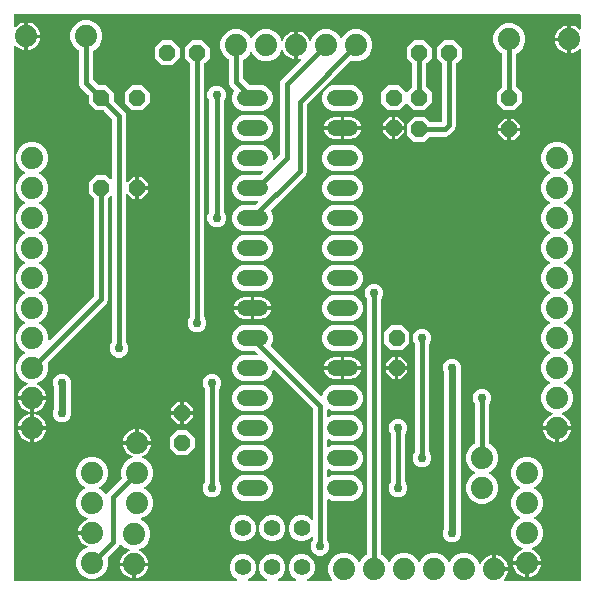
<source format=gbr>
G04 EAGLE Gerber RS-274X export*
G75*
%MOMM*%
%FSLAX34Y34*%
%LPD*%
%INBottom Copper*%
%IPPOS*%
%AMOC8*
5,1,8,0,0,1.08239X$1,22.5*%
G01*
%ADD10P,1.429621X8X112.500000*%
%ADD11P,1.429621X8X292.500000*%
%ADD12P,1.429621X8X22.500000*%
%ADD13P,1.429621X8X202.500000*%
%ADD14C,1.320800*%
%ADD15C,1.879600*%
%ADD16C,1.408000*%
%ADD17C,0.406400*%
%ADD18C,0.756400*%
%ADD19C,0.609600*%

G36*
X198468Y10176D02*
X198468Y10176D01*
X198565Y10186D01*
X198589Y10196D01*
X198615Y10200D01*
X198700Y10246D01*
X198790Y10286D01*
X198809Y10303D01*
X198832Y10316D01*
X198899Y10386D01*
X198971Y10452D01*
X198983Y10475D01*
X199001Y10494D01*
X199042Y10582D01*
X199089Y10668D01*
X199094Y10693D01*
X199105Y10717D01*
X199116Y10814D01*
X199133Y10910D01*
X199129Y10936D01*
X199132Y10961D01*
X199111Y11057D01*
X199097Y11153D01*
X199085Y11176D01*
X199080Y11202D01*
X199030Y11285D01*
X198986Y11372D01*
X198967Y11391D01*
X198954Y11413D01*
X198880Y11476D01*
X198810Y11544D01*
X198781Y11560D01*
X198767Y11573D01*
X198736Y11585D01*
X198663Y11625D01*
X197310Y12186D01*
X194186Y15310D01*
X192495Y19391D01*
X192495Y23809D01*
X194186Y27890D01*
X197310Y31014D01*
X201391Y32705D01*
X205809Y32705D01*
X209890Y31014D01*
X213014Y27890D01*
X214705Y23809D01*
X214705Y19391D01*
X213014Y15310D01*
X209890Y12186D01*
X208537Y11625D01*
X208454Y11574D01*
X208368Y11528D01*
X208350Y11510D01*
X208328Y11496D01*
X208266Y11420D01*
X208199Y11350D01*
X208188Y11326D01*
X208171Y11306D01*
X208136Y11215D01*
X208095Y11127D01*
X208092Y11101D01*
X208083Y11077D01*
X208079Y10979D01*
X208068Y10883D01*
X208074Y10857D01*
X208072Y10831D01*
X208100Y10737D01*
X208120Y10642D01*
X208134Y10620D01*
X208141Y10595D01*
X208196Y10515D01*
X208246Y10431D01*
X208266Y10414D01*
X208281Y10393D01*
X208359Y10334D01*
X208433Y10271D01*
X208458Y10261D01*
X208479Y10246D01*
X208571Y10216D01*
X208661Y10179D01*
X208694Y10176D01*
X208712Y10170D01*
X208745Y10170D01*
X208828Y10161D01*
X223372Y10161D01*
X223468Y10176D01*
X223565Y10186D01*
X223589Y10196D01*
X223615Y10200D01*
X223700Y10246D01*
X223790Y10286D01*
X223809Y10303D01*
X223832Y10316D01*
X223899Y10386D01*
X223971Y10452D01*
X223983Y10475D01*
X224001Y10494D01*
X224042Y10582D01*
X224089Y10668D01*
X224094Y10693D01*
X224105Y10717D01*
X224116Y10814D01*
X224133Y10910D01*
X224129Y10936D01*
X224132Y10961D01*
X224111Y11057D01*
X224097Y11153D01*
X224085Y11176D01*
X224080Y11202D01*
X224030Y11285D01*
X223986Y11372D01*
X223967Y11391D01*
X223954Y11413D01*
X223880Y11476D01*
X223810Y11544D01*
X223781Y11560D01*
X223767Y11573D01*
X223736Y11585D01*
X223663Y11625D01*
X222310Y12186D01*
X219186Y15310D01*
X217495Y19391D01*
X217495Y23809D01*
X219186Y27890D01*
X222310Y31014D01*
X226391Y32705D01*
X230809Y32705D01*
X234890Y31014D01*
X238014Y27890D01*
X239705Y23809D01*
X239705Y19391D01*
X238014Y15310D01*
X234890Y12186D01*
X233537Y11625D01*
X233454Y11574D01*
X233368Y11528D01*
X233350Y11510D01*
X233328Y11496D01*
X233266Y11420D01*
X233199Y11350D01*
X233188Y11326D01*
X233171Y11306D01*
X233136Y11215D01*
X233095Y11127D01*
X233092Y11101D01*
X233083Y11077D01*
X233079Y10979D01*
X233068Y10883D01*
X233074Y10857D01*
X233072Y10831D01*
X233100Y10737D01*
X233120Y10642D01*
X233134Y10620D01*
X233141Y10595D01*
X233196Y10515D01*
X233246Y10431D01*
X233266Y10414D01*
X233281Y10393D01*
X233359Y10334D01*
X233433Y10271D01*
X233458Y10261D01*
X233479Y10246D01*
X233571Y10216D01*
X233661Y10179D01*
X233694Y10176D01*
X233712Y10170D01*
X233745Y10170D01*
X233828Y10161D01*
X248372Y10161D01*
X248468Y10176D01*
X248565Y10186D01*
X248589Y10196D01*
X248615Y10200D01*
X248700Y10246D01*
X248790Y10286D01*
X248809Y10303D01*
X248832Y10316D01*
X248899Y10386D01*
X248971Y10452D01*
X248983Y10475D01*
X249001Y10494D01*
X249042Y10582D01*
X249089Y10668D01*
X249094Y10693D01*
X249105Y10717D01*
X249116Y10814D01*
X249133Y10910D01*
X249129Y10936D01*
X249132Y10961D01*
X249111Y11057D01*
X249097Y11153D01*
X249085Y11176D01*
X249080Y11202D01*
X249030Y11285D01*
X248986Y11372D01*
X248967Y11391D01*
X248954Y11413D01*
X248880Y11476D01*
X248810Y11544D01*
X248781Y11560D01*
X248767Y11573D01*
X248736Y11585D01*
X248663Y11625D01*
X247310Y12186D01*
X244186Y15310D01*
X242495Y19391D01*
X242495Y23809D01*
X244186Y27890D01*
X247310Y31014D01*
X251391Y32705D01*
X255809Y32705D01*
X259890Y31014D01*
X263014Y27890D01*
X264705Y23809D01*
X264705Y19391D01*
X263014Y15310D01*
X259890Y12186D01*
X258537Y11625D01*
X258454Y11574D01*
X258368Y11528D01*
X258350Y11510D01*
X258328Y11496D01*
X258266Y11420D01*
X258199Y11350D01*
X258188Y11326D01*
X258171Y11306D01*
X258136Y11215D01*
X258095Y11127D01*
X258092Y11101D01*
X258083Y11077D01*
X258079Y10979D01*
X258068Y10883D01*
X258074Y10857D01*
X258072Y10831D01*
X258100Y10737D01*
X258120Y10642D01*
X258134Y10620D01*
X258141Y10595D01*
X258196Y10515D01*
X258246Y10431D01*
X258266Y10414D01*
X258281Y10393D01*
X258359Y10334D01*
X258433Y10271D01*
X258458Y10261D01*
X258479Y10246D01*
X258571Y10216D01*
X258662Y10179D01*
X258694Y10176D01*
X258712Y10170D01*
X258746Y10170D01*
X258828Y10161D01*
X278842Y10161D01*
X278913Y10172D01*
X278985Y10174D01*
X279034Y10192D01*
X279085Y10200D01*
X279148Y10234D01*
X279216Y10259D01*
X279256Y10291D01*
X279302Y10316D01*
X279352Y10368D01*
X279408Y10412D01*
X279436Y10456D01*
X279472Y10494D01*
X279502Y10559D01*
X279541Y10619D01*
X279553Y10670D01*
X279575Y10717D01*
X279583Y10788D01*
X279601Y10858D01*
X279597Y10910D01*
X279603Y10961D01*
X279587Y11032D01*
X279582Y11103D01*
X279561Y11151D01*
X279550Y11202D01*
X279513Y11263D01*
X279485Y11329D01*
X279441Y11385D01*
X279424Y11413D01*
X279406Y11428D01*
X279381Y11460D01*
X278147Y12694D01*
X276097Y17642D01*
X276097Y22998D01*
X278147Y27946D01*
X281934Y31733D01*
X286882Y33783D01*
X292238Y33783D01*
X297186Y31733D01*
X300973Y27946D01*
X301557Y26537D01*
X301594Y26476D01*
X301624Y26411D01*
X301659Y26372D01*
X301686Y26328D01*
X301742Y26282D01*
X301790Y26230D01*
X301836Y26205D01*
X301876Y26171D01*
X301943Y26146D01*
X302006Y26111D01*
X302057Y26102D01*
X302105Y26083D01*
X302177Y26080D01*
X302248Y26067D01*
X302299Y26075D01*
X302351Y26073D01*
X302420Y26093D01*
X302491Y26103D01*
X302537Y26127D01*
X302587Y26141D01*
X302646Y26182D01*
X302710Y26215D01*
X302747Y26252D01*
X302789Y26282D01*
X302832Y26339D01*
X302882Y26390D01*
X302917Y26453D01*
X302936Y26479D01*
X302943Y26501D01*
X302963Y26537D01*
X303547Y27946D01*
X307334Y31733D01*
X308393Y32172D01*
X308492Y32233D01*
X308593Y32293D01*
X308597Y32298D01*
X308602Y32302D01*
X308677Y32392D01*
X308753Y32480D01*
X308755Y32486D01*
X308759Y32491D01*
X308801Y32599D01*
X308845Y32709D01*
X308846Y32716D01*
X308847Y32721D01*
X308848Y32739D01*
X308863Y32875D01*
X308863Y248684D01*
X308849Y248775D01*
X308841Y248865D01*
X308829Y248895D01*
X308824Y248927D01*
X308781Y249008D01*
X308745Y249092D01*
X308719Y249124D01*
X308708Y249145D01*
X308685Y249167D01*
X308640Y249223D01*
X308308Y249555D01*
X307113Y252439D01*
X307113Y255561D01*
X308308Y258445D01*
X310515Y260652D01*
X313399Y261847D01*
X316521Y261847D01*
X319405Y260652D01*
X321612Y258445D01*
X322807Y255561D01*
X322807Y252439D01*
X321612Y249555D01*
X321280Y249223D01*
X321227Y249149D01*
X321167Y249079D01*
X321155Y249049D01*
X321136Y249023D01*
X321109Y248936D01*
X321075Y248851D01*
X321071Y248810D01*
X321064Y248788D01*
X321065Y248756D01*
X321057Y248684D01*
X321057Y32875D01*
X321076Y32761D01*
X321093Y32644D01*
X321095Y32639D01*
X321096Y32632D01*
X321151Y32530D01*
X321204Y32425D01*
X321209Y32421D01*
X321212Y32415D01*
X321296Y32335D01*
X321380Y32253D01*
X321386Y32249D01*
X321390Y32246D01*
X321407Y32238D01*
X321527Y32172D01*
X322586Y31733D01*
X326373Y27946D01*
X326957Y26537D01*
X326994Y26476D01*
X327024Y26411D01*
X327059Y26372D01*
X327086Y26328D01*
X327142Y26282D01*
X327190Y26230D01*
X327236Y26205D01*
X327276Y26171D01*
X327343Y26146D01*
X327406Y26111D01*
X327457Y26102D01*
X327505Y26083D01*
X327577Y26080D01*
X327648Y26067D01*
X327699Y26075D01*
X327751Y26073D01*
X327820Y26093D01*
X327891Y26103D01*
X327937Y26127D01*
X327987Y26141D01*
X328046Y26182D01*
X328110Y26215D01*
X328147Y26252D01*
X328189Y26282D01*
X328232Y26339D01*
X328282Y26390D01*
X328317Y26453D01*
X328336Y26479D01*
X328343Y26501D01*
X328363Y26537D01*
X328947Y27946D01*
X332734Y31733D01*
X337682Y33783D01*
X343038Y33783D01*
X347986Y31733D01*
X351773Y27946D01*
X352357Y26537D01*
X352394Y26476D01*
X352424Y26411D01*
X352459Y26372D01*
X352486Y26328D01*
X352542Y26282D01*
X352590Y26230D01*
X352636Y26205D01*
X352676Y26171D01*
X352743Y26146D01*
X352806Y26111D01*
X352857Y26102D01*
X352905Y26083D01*
X352977Y26080D01*
X353048Y26067D01*
X353099Y26075D01*
X353151Y26073D01*
X353220Y26093D01*
X353291Y26103D01*
X353337Y26127D01*
X353387Y26141D01*
X353446Y26182D01*
X353510Y26215D01*
X353547Y26252D01*
X353589Y26282D01*
X353632Y26339D01*
X353682Y26390D01*
X353717Y26453D01*
X353736Y26479D01*
X353743Y26501D01*
X353763Y26537D01*
X354347Y27946D01*
X358134Y31733D01*
X363082Y33783D01*
X368438Y33783D01*
X373386Y31733D01*
X377173Y27946D01*
X377757Y26537D01*
X377794Y26476D01*
X377824Y26411D01*
X377859Y26372D01*
X377886Y26328D01*
X377942Y26282D01*
X377990Y26230D01*
X378036Y26205D01*
X378076Y26171D01*
X378143Y26146D01*
X378206Y26111D01*
X378257Y26102D01*
X378305Y26083D01*
X378377Y26080D01*
X378448Y26067D01*
X378499Y26075D01*
X378551Y26073D01*
X378620Y26093D01*
X378691Y26103D01*
X378737Y26127D01*
X378787Y26141D01*
X378846Y26182D01*
X378910Y26215D01*
X378947Y26252D01*
X378989Y26282D01*
X379032Y26339D01*
X379082Y26390D01*
X379117Y26453D01*
X379136Y26479D01*
X379143Y26501D01*
X379163Y26537D01*
X379747Y27946D01*
X383534Y31733D01*
X388482Y33783D01*
X393838Y33783D01*
X398786Y31733D01*
X402573Y27946D01*
X403976Y24560D01*
X404029Y24474D01*
X404077Y24385D01*
X404094Y24370D01*
X404105Y24351D01*
X404183Y24287D01*
X404257Y24218D01*
X404278Y24209D01*
X404295Y24194D01*
X404389Y24158D01*
X404482Y24116D01*
X404504Y24114D01*
X404524Y24106D01*
X404625Y24102D01*
X404726Y24092D01*
X404748Y24097D01*
X404770Y24096D01*
X404867Y24124D01*
X404966Y24147D01*
X404985Y24158D01*
X405006Y24164D01*
X405089Y24222D01*
X405176Y24275D01*
X405190Y24292D01*
X405208Y24305D01*
X405269Y24386D01*
X405334Y24464D01*
X405345Y24488D01*
X405355Y24502D01*
X405365Y24533D01*
X405403Y24616D01*
X405496Y24903D01*
X406349Y26577D01*
X407454Y28098D01*
X408782Y29426D01*
X410303Y30531D01*
X411977Y31384D01*
X413764Y31965D01*
X415037Y32166D01*
X415037Y21082D01*
X415040Y21062D01*
X415038Y21043D01*
X415060Y20941D01*
X415077Y20839D01*
X415086Y20822D01*
X415090Y20802D01*
X415143Y20713D01*
X415192Y20622D01*
X415206Y20608D01*
X415216Y20591D01*
X415295Y20524D01*
X415370Y20453D01*
X415388Y20444D01*
X415403Y20431D01*
X415499Y20393D01*
X415593Y20349D01*
X415613Y20347D01*
X415631Y20339D01*
X415798Y20321D01*
X416561Y20321D01*
X416561Y19558D01*
X416564Y19538D01*
X416562Y19519D01*
X416584Y19417D01*
X416601Y19315D01*
X416610Y19298D01*
X416614Y19278D01*
X416667Y19189D01*
X416716Y19098D01*
X416730Y19084D01*
X416740Y19067D01*
X416819Y19000D01*
X416894Y18929D01*
X416912Y18920D01*
X416927Y18907D01*
X417023Y18868D01*
X417117Y18825D01*
X417137Y18823D01*
X417155Y18815D01*
X417322Y18797D01*
X428406Y18797D01*
X428205Y17524D01*
X427624Y15737D01*
X426771Y14063D01*
X425666Y12542D01*
X424584Y11460D01*
X424542Y11402D01*
X424493Y11350D01*
X424471Y11303D01*
X424441Y11261D01*
X424420Y11192D01*
X424389Y11127D01*
X424384Y11075D01*
X424368Y11025D01*
X424370Y10954D01*
X424362Y10883D01*
X424373Y10832D01*
X424375Y10780D01*
X424399Y10712D01*
X424414Y10642D01*
X424441Y10597D01*
X424459Y10549D01*
X424504Y10493D01*
X424541Y10431D01*
X424580Y10397D01*
X424613Y10357D01*
X424673Y10318D01*
X424728Y10271D01*
X424776Y10252D01*
X424820Y10224D01*
X424889Y10206D01*
X424956Y10179D01*
X425027Y10171D01*
X425058Y10163D01*
X425082Y10165D01*
X425122Y10161D01*
X489078Y10161D01*
X489098Y10164D01*
X489117Y10162D01*
X489219Y10184D01*
X489321Y10200D01*
X489338Y10210D01*
X489358Y10214D01*
X489447Y10267D01*
X489538Y10316D01*
X489552Y10330D01*
X489569Y10340D01*
X489636Y10419D01*
X489708Y10494D01*
X489716Y10512D01*
X489729Y10527D01*
X489768Y10623D01*
X489811Y10717D01*
X489813Y10737D01*
X489821Y10755D01*
X489839Y10922D01*
X489839Y459688D01*
X489828Y459758D01*
X489826Y459830D01*
X489808Y459879D01*
X489800Y459930D01*
X489766Y459994D01*
X489741Y460061D01*
X489709Y460102D01*
X489684Y460148D01*
X489632Y460197D01*
X489588Y460253D01*
X489544Y460281D01*
X489506Y460317D01*
X489441Y460347D01*
X489381Y460386D01*
X489330Y460399D01*
X489283Y460421D01*
X489212Y460429D01*
X489142Y460446D01*
X489090Y460442D01*
X489039Y460448D01*
X488968Y460433D01*
X488897Y460427D01*
X488849Y460407D01*
X488798Y460396D01*
X488737Y460359D01*
X488671Y460331D01*
X488615Y460286D01*
X488587Y460269D01*
X488572Y460252D01*
X488540Y460226D01*
X487838Y459524D01*
X486317Y458419D01*
X484643Y457566D01*
X482856Y456985D01*
X481583Y456784D01*
X481583Y467868D01*
X481580Y467888D01*
X481582Y467907D01*
X481560Y468009D01*
X481543Y468111D01*
X481534Y468128D01*
X481530Y468148D01*
X481477Y468237D01*
X481428Y468328D01*
X481414Y468342D01*
X481404Y468359D01*
X481325Y468426D01*
X481250Y468497D01*
X481232Y468506D01*
X481217Y468519D01*
X481121Y468557D01*
X481027Y468601D01*
X481007Y468603D01*
X480989Y468611D01*
X480822Y468629D01*
X480059Y468629D01*
X480059Y468631D01*
X480822Y468631D01*
X480842Y468634D01*
X480861Y468632D01*
X480963Y468654D01*
X481065Y468671D01*
X481082Y468680D01*
X481102Y468684D01*
X481191Y468737D01*
X481282Y468786D01*
X481296Y468800D01*
X481313Y468810D01*
X481380Y468889D01*
X481451Y468964D01*
X481460Y468982D01*
X481473Y468997D01*
X481512Y469093D01*
X481555Y469187D01*
X481557Y469207D01*
X481565Y469225D01*
X481583Y469392D01*
X481583Y480476D01*
X482856Y480275D01*
X484643Y479694D01*
X486317Y478841D01*
X487838Y477736D01*
X488540Y477034D01*
X488598Y476992D01*
X488650Y476943D01*
X488697Y476921D01*
X488739Y476891D01*
X488808Y476870D01*
X488873Y476839D01*
X488925Y476834D01*
X488975Y476818D01*
X489046Y476820D01*
X489117Y476812D01*
X489168Y476823D01*
X489220Y476825D01*
X489288Y476849D01*
X489358Y476864D01*
X489403Y476891D01*
X489451Y476909D01*
X489507Y476954D01*
X489569Y476991D01*
X489603Y477030D01*
X489643Y477063D01*
X489682Y477123D01*
X489729Y477178D01*
X489748Y477226D01*
X489776Y477270D01*
X489794Y477339D01*
X489821Y477406D01*
X489829Y477477D01*
X489837Y477508D01*
X489835Y477532D01*
X489839Y477572D01*
X489839Y489078D01*
X489836Y489098D01*
X489838Y489117D01*
X489816Y489219D01*
X489800Y489321D01*
X489790Y489338D01*
X489786Y489358D01*
X489733Y489447D01*
X489684Y489538D01*
X489670Y489552D01*
X489660Y489569D01*
X489581Y489636D01*
X489506Y489708D01*
X489488Y489716D01*
X489473Y489729D01*
X489377Y489768D01*
X489283Y489811D01*
X489263Y489813D01*
X489245Y489821D01*
X489078Y489839D01*
X10922Y489839D01*
X10902Y489836D01*
X10883Y489838D01*
X10781Y489816D01*
X10679Y489800D01*
X10662Y489790D01*
X10642Y489786D01*
X10553Y489733D01*
X10462Y489684D01*
X10448Y489670D01*
X10431Y489660D01*
X10364Y489581D01*
X10292Y489506D01*
X10284Y489488D01*
X10271Y489473D01*
X10232Y489377D01*
X10189Y489283D01*
X10187Y489263D01*
X10179Y489245D01*
X10161Y489078D01*
X10161Y479732D01*
X10172Y479662D01*
X10174Y479590D01*
X10192Y479541D01*
X10200Y479490D01*
X10234Y479426D01*
X10259Y479359D01*
X10291Y479318D01*
X10316Y479272D01*
X10368Y479223D01*
X10412Y479167D01*
X10456Y479139D01*
X10494Y479103D01*
X10559Y479073D01*
X10619Y479034D01*
X10670Y479021D01*
X10717Y478999D01*
X10788Y478991D01*
X10858Y478974D01*
X10910Y478978D01*
X10961Y478972D01*
X11032Y478987D01*
X11103Y478993D01*
X11151Y479013D01*
X11202Y479024D01*
X11263Y479061D01*
X11329Y479089D01*
X11385Y479134D01*
X11413Y479151D01*
X11428Y479168D01*
X11460Y479194D01*
X12542Y480276D01*
X14063Y481381D01*
X15737Y482234D01*
X17524Y482815D01*
X18797Y483016D01*
X18797Y471932D01*
X18800Y471912D01*
X18798Y471893D01*
X18820Y471791D01*
X18837Y471689D01*
X18846Y471672D01*
X18850Y471652D01*
X18903Y471563D01*
X18952Y471472D01*
X18966Y471458D01*
X18976Y471441D01*
X19055Y471374D01*
X19130Y471303D01*
X19148Y471294D01*
X19163Y471281D01*
X19259Y471243D01*
X19353Y471199D01*
X19373Y471197D01*
X19391Y471189D01*
X19558Y471171D01*
X20321Y471171D01*
X20321Y471169D01*
X19558Y471169D01*
X19538Y471166D01*
X19519Y471168D01*
X19417Y471146D01*
X19315Y471129D01*
X19298Y471120D01*
X19278Y471116D01*
X19189Y471063D01*
X19098Y471014D01*
X19084Y471000D01*
X19067Y470990D01*
X19000Y470911D01*
X18929Y470836D01*
X18920Y470818D01*
X18907Y470803D01*
X18868Y470707D01*
X18825Y470613D01*
X18823Y470593D01*
X18815Y470575D01*
X18797Y470408D01*
X18797Y459324D01*
X17524Y459525D01*
X15737Y460106D01*
X14063Y460959D01*
X12542Y462064D01*
X11460Y463146D01*
X11402Y463188D01*
X11350Y463237D01*
X11303Y463259D01*
X11261Y463289D01*
X11192Y463310D01*
X11127Y463341D01*
X11075Y463346D01*
X11025Y463362D01*
X10954Y463360D01*
X10883Y463368D01*
X10832Y463357D01*
X10780Y463355D01*
X10712Y463331D01*
X10642Y463316D01*
X10597Y463289D01*
X10549Y463271D01*
X10493Y463226D01*
X10431Y463189D01*
X10397Y463150D01*
X10357Y463117D01*
X10318Y463057D01*
X10271Y463002D01*
X10252Y462954D01*
X10224Y462910D01*
X10206Y462841D01*
X10179Y462774D01*
X10171Y462703D01*
X10163Y462672D01*
X10165Y462648D01*
X10161Y462608D01*
X10161Y10922D01*
X10164Y10902D01*
X10162Y10883D01*
X10184Y10781D01*
X10200Y10679D01*
X10210Y10662D01*
X10214Y10642D01*
X10267Y10553D01*
X10316Y10462D01*
X10330Y10448D01*
X10340Y10431D01*
X10419Y10364D01*
X10494Y10292D01*
X10512Y10284D01*
X10527Y10271D01*
X10623Y10232D01*
X10717Y10189D01*
X10737Y10187D01*
X10755Y10179D01*
X10922Y10161D01*
X198372Y10161D01*
X198468Y10176D01*
G37*
%LPC*%
G36*
X25399Y165099D02*
X25399Y165099D01*
X25399Y165862D01*
X25396Y165882D01*
X25398Y165901D01*
X25376Y166003D01*
X25359Y166105D01*
X25350Y166122D01*
X25346Y166142D01*
X25293Y166231D01*
X25244Y166322D01*
X25230Y166336D01*
X25220Y166353D01*
X25141Y166420D01*
X25066Y166491D01*
X25048Y166500D01*
X25033Y166513D01*
X24937Y166552D01*
X24843Y166595D01*
X24823Y166597D01*
X24805Y166605D01*
X24638Y166623D01*
X13554Y166623D01*
X13755Y167896D01*
X14336Y169683D01*
X15189Y171357D01*
X16294Y172878D01*
X17622Y174206D01*
X19143Y175311D01*
X20817Y176164D01*
X21104Y176257D01*
X21194Y176304D01*
X21286Y176345D01*
X21302Y176360D01*
X21322Y176370D01*
X21393Y176443D01*
X21467Y176511D01*
X21478Y176531D01*
X21493Y176547D01*
X21537Y176638D01*
X21586Y176727D01*
X21590Y176749D01*
X21599Y176769D01*
X21612Y176869D01*
X21630Y176969D01*
X21626Y176991D01*
X21629Y177013D01*
X21609Y177112D01*
X21594Y177212D01*
X21584Y177232D01*
X21579Y177254D01*
X21528Y177341D01*
X21482Y177431D01*
X21466Y177447D01*
X21455Y177466D01*
X21379Y177533D01*
X21307Y177604D01*
X21283Y177617D01*
X21270Y177628D01*
X21240Y177640D01*
X21160Y177684D01*
X17774Y179087D01*
X13987Y182874D01*
X11937Y187822D01*
X11937Y193178D01*
X13987Y198126D01*
X17774Y201913D01*
X19183Y202497D01*
X19244Y202534D01*
X19309Y202564D01*
X19348Y202599D01*
X19392Y202626D01*
X19438Y202682D01*
X19490Y202730D01*
X19515Y202776D01*
X19549Y202816D01*
X19574Y202883D01*
X19609Y202946D01*
X19618Y202997D01*
X19637Y203045D01*
X19640Y203117D01*
X19653Y203188D01*
X19645Y203239D01*
X19647Y203291D01*
X19627Y203360D01*
X19617Y203431D01*
X19593Y203477D01*
X19579Y203527D01*
X19538Y203586D01*
X19505Y203650D01*
X19468Y203687D01*
X19438Y203729D01*
X19381Y203772D01*
X19330Y203822D01*
X19267Y203857D01*
X19241Y203876D01*
X19219Y203883D01*
X19183Y203903D01*
X17774Y204487D01*
X13987Y208274D01*
X11937Y213222D01*
X11937Y218578D01*
X13987Y223526D01*
X17774Y227313D01*
X19183Y227897D01*
X19244Y227934D01*
X19309Y227964D01*
X19348Y227999D01*
X19392Y228026D01*
X19438Y228082D01*
X19490Y228130D01*
X19515Y228176D01*
X19549Y228216D01*
X19574Y228283D01*
X19609Y228346D01*
X19618Y228397D01*
X19637Y228445D01*
X19640Y228517D01*
X19653Y228588D01*
X19645Y228639D01*
X19647Y228691D01*
X19627Y228760D01*
X19617Y228831D01*
X19593Y228877D01*
X19579Y228927D01*
X19538Y228986D01*
X19505Y229050D01*
X19468Y229087D01*
X19438Y229129D01*
X19381Y229172D01*
X19330Y229222D01*
X19267Y229257D01*
X19241Y229276D01*
X19219Y229283D01*
X19183Y229303D01*
X17774Y229887D01*
X13987Y233674D01*
X11937Y238622D01*
X11937Y243978D01*
X13987Y248926D01*
X17774Y252713D01*
X19183Y253297D01*
X19244Y253334D01*
X19309Y253364D01*
X19348Y253399D01*
X19392Y253426D01*
X19438Y253482D01*
X19490Y253530D01*
X19515Y253576D01*
X19549Y253616D01*
X19574Y253683D01*
X19609Y253746D01*
X19618Y253797D01*
X19637Y253845D01*
X19640Y253917D01*
X19653Y253988D01*
X19645Y254039D01*
X19647Y254091D01*
X19627Y254160D01*
X19617Y254231D01*
X19593Y254277D01*
X19579Y254327D01*
X19538Y254386D01*
X19505Y254450D01*
X19468Y254487D01*
X19438Y254529D01*
X19381Y254572D01*
X19330Y254622D01*
X19267Y254657D01*
X19241Y254676D01*
X19219Y254683D01*
X19183Y254703D01*
X17774Y255287D01*
X13987Y259074D01*
X11937Y264022D01*
X11937Y269378D01*
X13987Y274326D01*
X17774Y278113D01*
X19183Y278697D01*
X19244Y278734D01*
X19309Y278764D01*
X19348Y278799D01*
X19392Y278826D01*
X19438Y278882D01*
X19490Y278930D01*
X19515Y278976D01*
X19549Y279016D01*
X19574Y279083D01*
X19609Y279146D01*
X19618Y279197D01*
X19637Y279245D01*
X19640Y279317D01*
X19653Y279388D01*
X19645Y279439D01*
X19647Y279491D01*
X19627Y279560D01*
X19617Y279631D01*
X19593Y279677D01*
X19579Y279727D01*
X19538Y279786D01*
X19505Y279850D01*
X19468Y279887D01*
X19438Y279929D01*
X19381Y279972D01*
X19330Y280022D01*
X19267Y280057D01*
X19241Y280076D01*
X19219Y280083D01*
X19183Y280103D01*
X17774Y280687D01*
X13987Y284474D01*
X11937Y289422D01*
X11937Y294778D01*
X13987Y299726D01*
X17774Y303513D01*
X19183Y304097D01*
X19244Y304134D01*
X19309Y304164D01*
X19348Y304199D01*
X19392Y304226D01*
X19438Y304282D01*
X19490Y304330D01*
X19515Y304376D01*
X19549Y304416D01*
X19574Y304483D01*
X19609Y304546D01*
X19618Y304597D01*
X19637Y304645D01*
X19640Y304717D01*
X19653Y304788D01*
X19645Y304839D01*
X19647Y304891D01*
X19627Y304960D01*
X19617Y305031D01*
X19593Y305077D01*
X19579Y305127D01*
X19538Y305186D01*
X19505Y305250D01*
X19468Y305287D01*
X19438Y305329D01*
X19381Y305372D01*
X19330Y305422D01*
X19267Y305457D01*
X19241Y305476D01*
X19219Y305483D01*
X19183Y305503D01*
X17774Y306087D01*
X13987Y309874D01*
X11937Y314822D01*
X11937Y320178D01*
X13987Y325126D01*
X17774Y328913D01*
X19183Y329497D01*
X19244Y329534D01*
X19309Y329564D01*
X19348Y329599D01*
X19392Y329626D01*
X19438Y329682D01*
X19490Y329730D01*
X19515Y329776D01*
X19549Y329816D01*
X19574Y329883D01*
X19609Y329946D01*
X19618Y329997D01*
X19637Y330045D01*
X19640Y330117D01*
X19653Y330188D01*
X19645Y330239D01*
X19647Y330291D01*
X19627Y330360D01*
X19617Y330431D01*
X19593Y330477D01*
X19579Y330527D01*
X19538Y330586D01*
X19505Y330650D01*
X19468Y330687D01*
X19438Y330729D01*
X19381Y330772D01*
X19330Y330822D01*
X19267Y330857D01*
X19241Y330876D01*
X19219Y330883D01*
X19183Y330903D01*
X17774Y331487D01*
X13987Y335274D01*
X11937Y340222D01*
X11937Y345578D01*
X13987Y350526D01*
X17774Y354313D01*
X19183Y354897D01*
X19244Y354934D01*
X19309Y354964D01*
X19348Y354999D01*
X19392Y355026D01*
X19438Y355082D01*
X19490Y355130D01*
X19515Y355176D01*
X19549Y355216D01*
X19574Y355283D01*
X19609Y355346D01*
X19618Y355397D01*
X19637Y355445D01*
X19640Y355517D01*
X19653Y355588D01*
X19645Y355639D01*
X19647Y355691D01*
X19627Y355760D01*
X19617Y355831D01*
X19593Y355877D01*
X19579Y355927D01*
X19538Y355986D01*
X19505Y356050D01*
X19468Y356087D01*
X19438Y356129D01*
X19381Y356172D01*
X19330Y356222D01*
X19267Y356257D01*
X19241Y356276D01*
X19219Y356283D01*
X19183Y356303D01*
X17774Y356887D01*
X13987Y360674D01*
X11937Y365622D01*
X11937Y370978D01*
X13987Y375926D01*
X17774Y379713D01*
X22722Y381763D01*
X28078Y381763D01*
X33026Y379713D01*
X36813Y375926D01*
X38863Y370978D01*
X38863Y365622D01*
X36813Y360674D01*
X33026Y356887D01*
X31617Y356303D01*
X31556Y356265D01*
X31491Y356236D01*
X31452Y356201D01*
X31408Y356174D01*
X31362Y356118D01*
X31310Y356070D01*
X31285Y356024D01*
X31251Y355984D01*
X31226Y355917D01*
X31191Y355854D01*
X31182Y355803D01*
X31163Y355755D01*
X31160Y355683D01*
X31147Y355612D01*
X31155Y355561D01*
X31153Y355509D01*
X31173Y355440D01*
X31183Y355369D01*
X31207Y355323D01*
X31221Y355273D01*
X31262Y355214D01*
X31295Y355150D01*
X31332Y355113D01*
X31362Y355071D01*
X31419Y355028D01*
X31470Y354978D01*
X31533Y354943D01*
X31559Y354924D01*
X31581Y354917D01*
X31617Y354897D01*
X33026Y354313D01*
X36813Y350526D01*
X38863Y345578D01*
X38863Y340222D01*
X36813Y335274D01*
X33026Y331487D01*
X31617Y330903D01*
X31556Y330865D01*
X31491Y330836D01*
X31452Y330801D01*
X31408Y330774D01*
X31362Y330718D01*
X31310Y330670D01*
X31285Y330624D01*
X31251Y330584D01*
X31226Y330517D01*
X31191Y330454D01*
X31182Y330403D01*
X31163Y330355D01*
X31160Y330283D01*
X31147Y330212D01*
X31155Y330161D01*
X31153Y330109D01*
X31173Y330040D01*
X31183Y329969D01*
X31207Y329923D01*
X31221Y329873D01*
X31262Y329814D01*
X31295Y329750D01*
X31332Y329713D01*
X31362Y329671D01*
X31419Y329628D01*
X31470Y329578D01*
X31533Y329543D01*
X31559Y329524D01*
X31581Y329517D01*
X31617Y329497D01*
X33026Y328913D01*
X36813Y325126D01*
X38863Y320178D01*
X38863Y314822D01*
X36813Y309874D01*
X33026Y306087D01*
X31617Y305503D01*
X31556Y305465D01*
X31491Y305436D01*
X31452Y305401D01*
X31408Y305374D01*
X31362Y305318D01*
X31310Y305270D01*
X31285Y305224D01*
X31251Y305184D01*
X31226Y305117D01*
X31191Y305054D01*
X31182Y305003D01*
X31163Y304955D01*
X31160Y304883D01*
X31147Y304812D01*
X31155Y304761D01*
X31153Y304709D01*
X31173Y304640D01*
X31183Y304569D01*
X31207Y304523D01*
X31221Y304473D01*
X31262Y304414D01*
X31295Y304350D01*
X31332Y304313D01*
X31362Y304271D01*
X31419Y304228D01*
X31470Y304178D01*
X31533Y304143D01*
X31559Y304124D01*
X31581Y304117D01*
X31617Y304097D01*
X33026Y303513D01*
X36813Y299726D01*
X38863Y294778D01*
X38863Y289422D01*
X36813Y284474D01*
X33026Y280687D01*
X31617Y280103D01*
X31556Y280065D01*
X31491Y280036D01*
X31452Y280001D01*
X31408Y279974D01*
X31362Y279918D01*
X31310Y279870D01*
X31285Y279824D01*
X31251Y279784D01*
X31226Y279717D01*
X31191Y279654D01*
X31182Y279603D01*
X31163Y279555D01*
X31160Y279483D01*
X31147Y279412D01*
X31155Y279361D01*
X31153Y279309D01*
X31173Y279240D01*
X31183Y279169D01*
X31207Y279123D01*
X31221Y279073D01*
X31262Y279014D01*
X31295Y278950D01*
X31332Y278913D01*
X31362Y278871D01*
X31419Y278828D01*
X31470Y278778D01*
X31533Y278743D01*
X31559Y278724D01*
X31581Y278717D01*
X31617Y278697D01*
X33026Y278113D01*
X36813Y274326D01*
X38863Y269378D01*
X38863Y264022D01*
X36813Y259074D01*
X33026Y255287D01*
X31617Y254703D01*
X31556Y254665D01*
X31491Y254636D01*
X31452Y254601D01*
X31408Y254574D01*
X31362Y254518D01*
X31310Y254470D01*
X31285Y254424D01*
X31251Y254384D01*
X31226Y254317D01*
X31191Y254254D01*
X31182Y254203D01*
X31163Y254155D01*
X31160Y254083D01*
X31147Y254012D01*
X31155Y253961D01*
X31153Y253909D01*
X31173Y253840D01*
X31183Y253769D01*
X31207Y253723D01*
X31221Y253673D01*
X31262Y253614D01*
X31295Y253550D01*
X31332Y253513D01*
X31362Y253471D01*
X31419Y253428D01*
X31470Y253378D01*
X31533Y253343D01*
X31559Y253324D01*
X31581Y253317D01*
X31617Y253297D01*
X33026Y252713D01*
X36813Y248926D01*
X38863Y243978D01*
X38863Y238622D01*
X36813Y233674D01*
X33026Y229887D01*
X31617Y229303D01*
X31556Y229265D01*
X31491Y229236D01*
X31452Y229201D01*
X31408Y229174D01*
X31362Y229118D01*
X31310Y229070D01*
X31285Y229024D01*
X31251Y228984D01*
X31226Y228917D01*
X31191Y228854D01*
X31182Y228803D01*
X31163Y228755D01*
X31160Y228683D01*
X31147Y228612D01*
X31155Y228561D01*
X31153Y228509D01*
X31173Y228440D01*
X31183Y228369D01*
X31207Y228323D01*
X31221Y228273D01*
X31262Y228214D01*
X31295Y228150D01*
X31332Y228113D01*
X31362Y228071D01*
X31419Y228028D01*
X31470Y227978D01*
X31533Y227943D01*
X31559Y227924D01*
X31581Y227917D01*
X31617Y227897D01*
X33026Y227313D01*
X36813Y223526D01*
X38863Y218578D01*
X38863Y214423D01*
X38874Y214352D01*
X38876Y214280D01*
X38894Y214231D01*
X38902Y214180D01*
X38936Y214117D01*
X38961Y214049D01*
X38993Y214009D01*
X39018Y213962D01*
X39070Y213913D01*
X39114Y213857D01*
X39158Y213829D01*
X39196Y213793D01*
X39261Y213763D01*
X39321Y213724D01*
X39372Y213711D01*
X39419Y213689D01*
X39490Y213682D01*
X39560Y213664D01*
X39612Y213668D01*
X39663Y213662D01*
X39734Y213678D01*
X39805Y213683D01*
X39853Y213704D01*
X39904Y213715D01*
X39965Y213751D01*
X40031Y213780D01*
X40087Y213824D01*
X40115Y213841D01*
X40130Y213859D01*
X40162Y213884D01*
X77500Y251222D01*
X77553Y251296D01*
X77613Y251366D01*
X77625Y251396D01*
X77644Y251422D01*
X77671Y251509D01*
X77705Y251594D01*
X77709Y251635D01*
X77716Y251657D01*
X77715Y251689D01*
X77723Y251761D01*
X77723Y333594D01*
X77709Y333684D01*
X77701Y333775D01*
X77689Y333804D01*
X77684Y333836D01*
X77641Y333917D01*
X77605Y334001D01*
X77579Y334033D01*
X77568Y334054D01*
X77545Y334076D01*
X77500Y334132D01*
X73151Y338481D01*
X73151Y347319D01*
X79401Y353569D01*
X88239Y353569D01*
X91664Y350144D01*
X91722Y350102D01*
X91774Y350053D01*
X91821Y350031D01*
X91863Y350001D01*
X91932Y349979D01*
X91997Y349949D01*
X92049Y349944D01*
X92099Y349928D01*
X92170Y349930D01*
X92241Y349922D01*
X92292Y349933D01*
X92344Y349935D01*
X92412Y349959D01*
X92482Y349974D01*
X92527Y350001D01*
X92575Y350019D01*
X92631Y350064D01*
X92693Y350101D01*
X92727Y350140D01*
X92767Y350173D01*
X92806Y350233D01*
X92853Y350288D01*
X92872Y350336D01*
X92900Y350380D01*
X92918Y350449D01*
X92945Y350516D01*
X92953Y350587D01*
X92961Y350618D01*
X92959Y350641D01*
X92963Y350682D01*
X92963Y401019D01*
X92949Y401109D01*
X92941Y401200D01*
X92929Y401230D01*
X92924Y401262D01*
X92881Y401343D01*
X92845Y401427D01*
X92819Y401459D01*
X92808Y401479D01*
X92785Y401502D01*
X92740Y401558D01*
X86090Y408208D01*
X86016Y408261D01*
X85946Y408321D01*
X85916Y408333D01*
X85890Y408352D01*
X85803Y408379D01*
X85718Y408413D01*
X85677Y408417D01*
X85655Y408424D01*
X85623Y408423D01*
X85551Y408431D01*
X79401Y408431D01*
X73151Y414681D01*
X73151Y420831D01*
X73137Y420921D01*
X73129Y421012D01*
X73117Y421042D01*
X73112Y421074D01*
X73069Y421155D01*
X73033Y421239D01*
X73007Y421271D01*
X72996Y421291D01*
X72973Y421314D01*
X72928Y421370D01*
X65951Y428346D01*
X65023Y430587D01*
X65023Y458615D01*
X65004Y458730D01*
X64987Y458846D01*
X64985Y458851D01*
X64984Y458857D01*
X64929Y458960D01*
X64876Y459065D01*
X64871Y459069D01*
X64868Y459075D01*
X64784Y459155D01*
X64700Y459237D01*
X64694Y459241D01*
X64690Y459244D01*
X64673Y459252D01*
X64553Y459318D01*
X63494Y459757D01*
X59707Y463544D01*
X57657Y468492D01*
X57657Y473848D01*
X59707Y478796D01*
X63494Y482583D01*
X68442Y484633D01*
X73798Y484633D01*
X78746Y482583D01*
X82533Y478796D01*
X84583Y473848D01*
X84583Y468492D01*
X82533Y463544D01*
X78746Y459757D01*
X77687Y459318D01*
X77587Y459257D01*
X77487Y459197D01*
X77483Y459192D01*
X77478Y459188D01*
X77403Y459099D01*
X77327Y459010D01*
X77325Y459004D01*
X77321Y458999D01*
X77279Y458891D01*
X77235Y458781D01*
X77234Y458774D01*
X77233Y458769D01*
X77232Y458751D01*
X77217Y458615D01*
X77217Y434641D01*
X77231Y434551D01*
X77239Y434460D01*
X77251Y434430D01*
X77256Y434398D01*
X77299Y434317D01*
X77335Y434233D01*
X77361Y434201D01*
X77372Y434181D01*
X77395Y434158D01*
X77440Y434102D01*
X81550Y429992D01*
X81624Y429939D01*
X81694Y429879D01*
X81724Y429867D01*
X81750Y429848D01*
X81837Y429821D01*
X81922Y429787D01*
X81963Y429783D01*
X81985Y429776D01*
X82017Y429777D01*
X82089Y429769D01*
X88239Y429769D01*
X94489Y423519D01*
X94489Y417369D01*
X94503Y417279D01*
X94511Y417188D01*
X94523Y417158D01*
X94528Y417126D01*
X94571Y417045D01*
X94607Y416961D01*
X94633Y416929D01*
X94644Y416909D01*
X94667Y416886D01*
X94712Y416830D01*
X104229Y407314D01*
X105157Y405073D01*
X105157Y348527D01*
X105168Y348456D01*
X105170Y348385D01*
X105188Y348336D01*
X105196Y348284D01*
X105230Y348221D01*
X105255Y348154D01*
X105287Y348113D01*
X105312Y348067D01*
X105364Y348018D01*
X105408Y347962D01*
X105452Y347933D01*
X105490Y347898D01*
X105555Y347867D01*
X105615Y347829D01*
X105666Y347816D01*
X105713Y347794D01*
X105784Y347786D01*
X105854Y347769D01*
X105906Y347773D01*
X105957Y347767D01*
X106028Y347782D01*
X106099Y347788D01*
X106147Y347808D01*
X106198Y347819D01*
X106259Y347856D01*
X106325Y347884D01*
X106381Y347929D01*
X106409Y347945D01*
X106424Y347963D01*
X106456Y347989D01*
X110512Y352045D01*
X112777Y352045D01*
X112777Y343662D01*
X112780Y343642D01*
X112778Y343623D01*
X112800Y343521D01*
X112817Y343419D01*
X112826Y343402D01*
X112830Y343382D01*
X112883Y343293D01*
X112932Y343202D01*
X112946Y343188D01*
X112956Y343171D01*
X113035Y343104D01*
X113110Y343033D01*
X113128Y343024D01*
X113143Y343011D01*
X113239Y342973D01*
X113333Y342929D01*
X113353Y342927D01*
X113371Y342919D01*
X113538Y342901D01*
X114301Y342901D01*
X114301Y342899D01*
X113538Y342899D01*
X113518Y342896D01*
X113499Y342898D01*
X113397Y342876D01*
X113295Y342859D01*
X113278Y342850D01*
X113258Y342846D01*
X113169Y342793D01*
X113078Y342744D01*
X113064Y342730D01*
X113047Y342720D01*
X112980Y342641D01*
X112909Y342566D01*
X112900Y342548D01*
X112887Y342533D01*
X112848Y342437D01*
X112805Y342343D01*
X112803Y342323D01*
X112795Y342305D01*
X112777Y342138D01*
X112777Y333755D01*
X110512Y333755D01*
X106456Y337811D01*
X106398Y337853D01*
X106346Y337902D01*
X106299Y337924D01*
X106257Y337955D01*
X106188Y337976D01*
X106123Y338006D01*
X106071Y338012D01*
X106021Y338027D01*
X105950Y338025D01*
X105879Y338033D01*
X105828Y338022D01*
X105776Y338021D01*
X105708Y337996D01*
X105638Y337981D01*
X105593Y337954D01*
X105545Y337936D01*
X105489Y337891D01*
X105427Y337855D01*
X105393Y337815D01*
X105353Y337783D01*
X105314Y337722D01*
X105267Y337668D01*
X105248Y337619D01*
X105220Y337576D01*
X105202Y337506D01*
X105175Y337440D01*
X105167Y337368D01*
X105159Y337337D01*
X105161Y337314D01*
X105157Y337273D01*
X105157Y212326D01*
X105171Y212235D01*
X105179Y212145D01*
X105191Y212115D01*
X105196Y212083D01*
X105239Y212002D01*
X105275Y211918D01*
X105301Y211886D01*
X105312Y211865D01*
X105335Y211843D01*
X105380Y211787D01*
X105712Y211455D01*
X106907Y208571D01*
X106907Y205449D01*
X105712Y202565D01*
X103505Y200358D01*
X100621Y199163D01*
X97499Y199163D01*
X94615Y200358D01*
X92408Y202565D01*
X91213Y205449D01*
X91213Y208571D01*
X92408Y211455D01*
X92740Y211787D01*
X92793Y211861D01*
X92853Y211931D01*
X92865Y211961D01*
X92884Y211987D01*
X92911Y212074D01*
X92945Y212159D01*
X92949Y212200D01*
X92956Y212222D01*
X92955Y212254D01*
X92963Y212326D01*
X92963Y335118D01*
X92952Y335188D01*
X92950Y335260D01*
X92932Y335309D01*
X92924Y335360D01*
X92890Y335424D01*
X92865Y335491D01*
X92833Y335532D01*
X92808Y335578D01*
X92756Y335627D01*
X92712Y335683D01*
X92668Y335711D01*
X92630Y335747D01*
X92565Y335777D01*
X92505Y335816D01*
X92454Y335829D01*
X92407Y335851D01*
X92336Y335859D01*
X92266Y335876D01*
X92214Y335872D01*
X92163Y335878D01*
X92092Y335863D01*
X92021Y335857D01*
X91973Y335837D01*
X91922Y335826D01*
X91861Y335789D01*
X91795Y335761D01*
X91739Y335716D01*
X91711Y335699D01*
X91696Y335682D01*
X91664Y335656D01*
X90140Y334132D01*
X90087Y334058D01*
X90027Y333988D01*
X90015Y333958D01*
X89996Y333932D01*
X89969Y333845D01*
X89935Y333760D01*
X89931Y333719D01*
X89924Y333697D01*
X89925Y333665D01*
X89917Y333594D01*
X89917Y247707D01*
X88989Y245466D01*
X38589Y195067D01*
X38521Y194973D01*
X38451Y194878D01*
X38449Y194872D01*
X38445Y194867D01*
X38411Y194756D01*
X38375Y194644D01*
X38375Y194638D01*
X38373Y194632D01*
X38376Y194515D01*
X38377Y194398D01*
X38379Y194391D01*
X38379Y194386D01*
X38386Y194369D01*
X38424Y194237D01*
X38863Y193178D01*
X38863Y187822D01*
X36813Y182874D01*
X33026Y179087D01*
X29640Y177684D01*
X29554Y177631D01*
X29465Y177583D01*
X29450Y177566D01*
X29431Y177555D01*
X29367Y177477D01*
X29298Y177403D01*
X29289Y177382D01*
X29274Y177365D01*
X29238Y177271D01*
X29196Y177178D01*
X29194Y177156D01*
X29186Y177136D01*
X29182Y177035D01*
X29172Y176934D01*
X29177Y176912D01*
X29176Y176890D01*
X29204Y176793D01*
X29227Y176694D01*
X29238Y176675D01*
X29244Y176654D01*
X29302Y176571D01*
X29355Y176484D01*
X29372Y176470D01*
X29385Y176452D01*
X29466Y176391D01*
X29544Y176326D01*
X29568Y176315D01*
X29582Y176305D01*
X29613Y176295D01*
X29696Y176257D01*
X29983Y176164D01*
X31657Y175311D01*
X33178Y174206D01*
X34506Y172878D01*
X35611Y171357D01*
X36464Y169683D01*
X37045Y167896D01*
X37246Y166623D01*
X26162Y166623D01*
X26142Y166620D01*
X26123Y166622D01*
X26021Y166600D01*
X25919Y166583D01*
X25902Y166574D01*
X25882Y166570D01*
X25793Y166517D01*
X25702Y166468D01*
X25688Y166454D01*
X25671Y166444D01*
X25604Y166365D01*
X25533Y166290D01*
X25524Y166272D01*
X25511Y166257D01*
X25473Y166161D01*
X25429Y166067D01*
X25427Y166047D01*
X25419Y166029D01*
X25401Y165862D01*
X25401Y165099D01*
X25399Y165099D01*
G37*
%LPD*%
%LPC*%
G36*
X203173Y306641D02*
X203173Y306641D01*
X199252Y308265D01*
X196251Y311266D01*
X194627Y315187D01*
X194627Y319432D01*
X196251Y323353D01*
X199252Y326354D01*
X203173Y327978D01*
X213631Y327978D01*
X213721Y327993D01*
X213812Y328000D01*
X213842Y328013D01*
X213874Y328018D01*
X213954Y328061D01*
X214038Y328096D01*
X214070Y328122D01*
X214091Y328133D01*
X214113Y328156D01*
X214169Y328201D01*
X216709Y330741D01*
X216751Y330799D01*
X216800Y330851D01*
X216822Y330899D01*
X216853Y330941D01*
X216874Y331009D01*
X216904Y331075D01*
X216910Y331126D01*
X216925Y331176D01*
X216923Y331248D01*
X216931Y331319D01*
X216920Y331370D01*
X216919Y331422D01*
X216894Y331489D01*
X216879Y331559D01*
X216852Y331604D01*
X216834Y331653D01*
X216789Y331709D01*
X216753Y331770D01*
X216713Y331804D01*
X216681Y331845D01*
X216620Y331884D01*
X216566Y331930D01*
X216517Y331950D01*
X216474Y331978D01*
X216404Y331995D01*
X216338Y332022D01*
X216266Y332030D01*
X216235Y332038D01*
X216212Y332036D01*
X216171Y332041D01*
X203173Y332041D01*
X199252Y333665D01*
X196251Y336666D01*
X194627Y340587D01*
X194627Y344832D01*
X196251Y348753D01*
X199252Y351754D01*
X203173Y353378D01*
X217441Y353378D01*
X217531Y353393D01*
X217622Y353400D01*
X217652Y353413D01*
X217684Y353418D01*
X217764Y353461D01*
X217848Y353496D01*
X217880Y353522D01*
X217901Y353533D01*
X217923Y353556D01*
X217979Y353601D01*
X220519Y356141D01*
X220561Y356199D01*
X220610Y356251D01*
X220632Y356299D01*
X220663Y356341D01*
X220684Y356409D01*
X220714Y356475D01*
X220720Y356526D01*
X220735Y356576D01*
X220733Y356648D01*
X220741Y356719D01*
X220730Y356770D01*
X220729Y356822D01*
X220704Y356889D01*
X220689Y356959D01*
X220662Y357004D01*
X220644Y357053D01*
X220599Y357109D01*
X220563Y357170D01*
X220523Y357204D01*
X220491Y357245D01*
X220430Y357284D01*
X220376Y357330D01*
X220327Y357350D01*
X220284Y357378D01*
X220214Y357395D01*
X220148Y357422D01*
X220076Y357430D01*
X220045Y357438D01*
X220022Y357436D01*
X219981Y357441D01*
X203173Y357441D01*
X199252Y359065D01*
X196251Y362066D01*
X194627Y365987D01*
X194627Y370232D01*
X196251Y374153D01*
X199252Y377154D01*
X203173Y378778D01*
X220626Y378778D01*
X224547Y377154D01*
X227548Y374153D01*
X229172Y370232D01*
X229172Y366632D01*
X229184Y366561D01*
X229186Y366490D01*
X229204Y366441D01*
X229212Y366389D01*
X229246Y366326D01*
X229270Y366259D01*
X229303Y366218D01*
X229327Y366172D01*
X229379Y366123D01*
X229424Y366067D01*
X229468Y366038D01*
X229505Y366003D01*
X229570Y365972D01*
X229631Y365934D01*
X229681Y365921D01*
X229728Y365899D01*
X229800Y365891D01*
X229869Y365874D01*
X229921Y365878D01*
X229973Y365872D01*
X230043Y365887D01*
X230114Y365893D01*
X230162Y365913D01*
X230213Y365924D01*
X230275Y365961D01*
X230341Y365989D01*
X230397Y366034D01*
X230424Y366050D01*
X230440Y366068D01*
X230472Y366094D01*
X234980Y370602D01*
X235033Y370676D01*
X235093Y370746D01*
X235105Y370776D01*
X235124Y370802D01*
X235151Y370889D01*
X235185Y370974D01*
X235189Y371015D01*
X235196Y371037D01*
X235195Y371069D01*
X235203Y371141D01*
X235203Y431743D01*
X236131Y433984D01*
X252936Y450788D01*
X252976Y450843D01*
X253023Y450892D01*
X253047Y450943D01*
X253080Y450988D01*
X253100Y451053D01*
X253129Y451114D01*
X253136Y451170D01*
X253152Y451223D01*
X253150Y451291D01*
X253158Y451358D01*
X253147Y451413D01*
X253146Y451469D01*
X253122Y451533D01*
X253109Y451599D01*
X253080Y451647D01*
X253061Y451700D01*
X253019Y451753D01*
X252985Y451811D01*
X252942Y451848D01*
X252908Y451892D01*
X252851Y451929D01*
X252799Y451973D01*
X252748Y451995D01*
X252701Y452025D01*
X252635Y452042D01*
X252572Y452067D01*
X252516Y452071D01*
X252462Y452085D01*
X252395Y452080D01*
X252327Y452084D01*
X252250Y452068D01*
X252217Y452066D01*
X252198Y452058D01*
X252163Y452050D01*
X251716Y451905D01*
X250443Y451704D01*
X250443Y462788D01*
X250440Y462808D01*
X250442Y462827D01*
X250420Y462929D01*
X250403Y463031D01*
X250394Y463048D01*
X250390Y463068D01*
X250337Y463157D01*
X250288Y463248D01*
X250274Y463262D01*
X250264Y463279D01*
X250185Y463346D01*
X250110Y463417D01*
X250092Y463426D01*
X250077Y463439D01*
X249981Y463477D01*
X249887Y463521D01*
X249867Y463523D01*
X249849Y463531D01*
X249682Y463549D01*
X248158Y463549D01*
X248138Y463546D01*
X248119Y463548D01*
X248017Y463526D01*
X247915Y463509D01*
X247898Y463500D01*
X247878Y463496D01*
X247789Y463443D01*
X247698Y463394D01*
X247684Y463380D01*
X247667Y463370D01*
X247600Y463291D01*
X247529Y463216D01*
X247520Y463198D01*
X247507Y463183D01*
X247468Y463087D01*
X247425Y462993D01*
X247423Y462973D01*
X247415Y462955D01*
X247397Y462788D01*
X247397Y451704D01*
X246124Y451905D01*
X244337Y452486D01*
X242663Y453339D01*
X241142Y454444D01*
X239814Y455772D01*
X238709Y457293D01*
X237856Y458967D01*
X237763Y459254D01*
X237716Y459344D01*
X237675Y459436D01*
X237660Y459452D01*
X237650Y459472D01*
X237577Y459543D01*
X237509Y459617D01*
X237489Y459628D01*
X237473Y459643D01*
X237382Y459687D01*
X237293Y459736D01*
X237271Y459740D01*
X237251Y459749D01*
X237151Y459762D01*
X237051Y459780D01*
X237029Y459776D01*
X237007Y459779D01*
X236908Y459759D01*
X236808Y459744D01*
X236788Y459734D01*
X236766Y459729D01*
X236679Y459678D01*
X236589Y459632D01*
X236573Y459616D01*
X236554Y459605D01*
X236487Y459529D01*
X236416Y459457D01*
X236403Y459433D01*
X236392Y459420D01*
X236380Y459390D01*
X236336Y459310D01*
X234933Y455924D01*
X231146Y452137D01*
X226198Y450087D01*
X220842Y450087D01*
X215894Y452137D01*
X212107Y455924D01*
X211523Y457333D01*
X211486Y457394D01*
X211456Y457459D01*
X211421Y457498D01*
X211394Y457542D01*
X211338Y457588D01*
X211290Y457640D01*
X211244Y457665D01*
X211204Y457699D01*
X211137Y457724D01*
X211074Y457759D01*
X211023Y457768D01*
X210975Y457787D01*
X210903Y457790D01*
X210832Y457803D01*
X210781Y457795D01*
X210729Y457797D01*
X210660Y457777D01*
X210589Y457767D01*
X210543Y457743D01*
X210493Y457729D01*
X210434Y457688D01*
X210370Y457655D01*
X210333Y457618D01*
X210291Y457588D01*
X210248Y457531D01*
X210198Y457480D01*
X210163Y457417D01*
X210144Y457391D01*
X210137Y457369D01*
X210117Y457333D01*
X209533Y455924D01*
X205746Y452137D01*
X204687Y451698D01*
X204587Y451636D01*
X204487Y451577D01*
X204483Y451572D01*
X204478Y451568D01*
X204403Y451478D01*
X204327Y451390D01*
X204325Y451384D01*
X204321Y451379D01*
X204279Y451271D01*
X204235Y451161D01*
X204234Y451154D01*
X204233Y451149D01*
X204232Y451131D01*
X204217Y450995D01*
X204217Y435530D01*
X204231Y435440D01*
X204239Y435349D01*
X204251Y435319D01*
X204256Y435287D01*
X204299Y435206D01*
X204335Y435122D01*
X204361Y435090D01*
X204372Y435070D01*
X204395Y435047D01*
X204440Y434991D01*
X209630Y429801D01*
X209704Y429748D01*
X209773Y429689D01*
X209803Y429676D01*
X209830Y429658D01*
X209917Y429631D01*
X210001Y429597D01*
X210042Y429592D01*
X210065Y429585D01*
X210097Y429586D01*
X210168Y429578D01*
X220626Y429578D01*
X224547Y427954D01*
X227548Y424953D01*
X229172Y421032D01*
X229172Y416787D01*
X227548Y412866D01*
X224547Y409865D01*
X220626Y408241D01*
X203173Y408241D01*
X199252Y409865D01*
X196251Y412866D01*
X194627Y416787D01*
X194627Y421032D01*
X196265Y424987D01*
X196287Y425022D01*
X196348Y425106D01*
X196354Y425125D01*
X196364Y425142D01*
X196390Y425242D01*
X196420Y425341D01*
X196420Y425361D01*
X196424Y425380D01*
X196416Y425483D01*
X196414Y425587D01*
X196407Y425605D01*
X196405Y425625D01*
X196365Y425720D01*
X196329Y425818D01*
X196317Y425833D01*
X196309Y425852D01*
X196204Y425983D01*
X192951Y429235D01*
X192023Y431476D01*
X192023Y450995D01*
X192004Y451109D01*
X191987Y451226D01*
X191985Y451231D01*
X191984Y451238D01*
X191929Y451340D01*
X191876Y451445D01*
X191871Y451449D01*
X191868Y451455D01*
X191784Y451535D01*
X191700Y451617D01*
X191694Y451621D01*
X191690Y451624D01*
X191673Y451632D01*
X191553Y451698D01*
X190494Y452137D01*
X186707Y455924D01*
X184657Y460872D01*
X184657Y466228D01*
X186707Y471176D01*
X190494Y474963D01*
X195442Y477013D01*
X200798Y477013D01*
X205746Y474963D01*
X209533Y471176D01*
X210117Y469767D01*
X210155Y469706D01*
X210184Y469641D01*
X210219Y469602D01*
X210246Y469558D01*
X210302Y469512D01*
X210350Y469460D01*
X210396Y469435D01*
X210436Y469401D01*
X210503Y469376D01*
X210566Y469341D01*
X210617Y469332D01*
X210665Y469313D01*
X210737Y469310D01*
X210808Y469297D01*
X210859Y469305D01*
X210911Y469303D01*
X210980Y469323D01*
X211051Y469333D01*
X211097Y469357D01*
X211147Y469371D01*
X211206Y469412D01*
X211270Y469445D01*
X211307Y469482D01*
X211349Y469512D01*
X211392Y469569D01*
X211442Y469620D01*
X211477Y469683D01*
X211496Y469709D01*
X211503Y469731D01*
X211523Y469767D01*
X212107Y471176D01*
X215894Y474963D01*
X220842Y477013D01*
X226198Y477013D01*
X231146Y474963D01*
X234933Y471176D01*
X236336Y467790D01*
X236389Y467704D01*
X236437Y467615D01*
X236454Y467600D01*
X236465Y467581D01*
X236543Y467517D01*
X236617Y467448D01*
X236638Y467439D01*
X236655Y467424D01*
X236749Y467388D01*
X236842Y467346D01*
X236864Y467344D01*
X236884Y467336D01*
X236985Y467332D01*
X237086Y467322D01*
X237108Y467327D01*
X237130Y467326D01*
X237227Y467354D01*
X237326Y467377D01*
X237345Y467388D01*
X237366Y467394D01*
X237449Y467452D01*
X237536Y467505D01*
X237550Y467522D01*
X237568Y467535D01*
X237629Y467616D01*
X237694Y467694D01*
X237705Y467718D01*
X237715Y467732D01*
X237725Y467763D01*
X237763Y467846D01*
X237856Y468133D01*
X238709Y469807D01*
X239814Y471328D01*
X241142Y472656D01*
X242663Y473761D01*
X244337Y474614D01*
X246124Y475195D01*
X247397Y475396D01*
X247397Y464312D01*
X247400Y464292D01*
X247398Y464273D01*
X247420Y464171D01*
X247437Y464069D01*
X247446Y464052D01*
X247450Y464032D01*
X247503Y463943D01*
X247552Y463852D01*
X247566Y463838D01*
X247576Y463821D01*
X247655Y463754D01*
X247730Y463683D01*
X247748Y463674D01*
X247763Y463661D01*
X247859Y463623D01*
X247953Y463579D01*
X247973Y463577D01*
X247991Y463569D01*
X248158Y463551D01*
X249682Y463551D01*
X249702Y463554D01*
X249721Y463552D01*
X249823Y463574D01*
X249925Y463591D01*
X249942Y463600D01*
X249962Y463604D01*
X250051Y463657D01*
X250142Y463706D01*
X250156Y463720D01*
X250173Y463730D01*
X250240Y463809D01*
X250311Y463884D01*
X250320Y463902D01*
X250333Y463917D01*
X250372Y464013D01*
X250415Y464107D01*
X250417Y464127D01*
X250425Y464145D01*
X250443Y464312D01*
X250443Y475396D01*
X251716Y475195D01*
X253503Y474614D01*
X255177Y473761D01*
X256698Y472656D01*
X258026Y471328D01*
X259131Y469807D01*
X259984Y468133D01*
X260077Y467846D01*
X260124Y467756D01*
X260165Y467664D01*
X260180Y467648D01*
X260190Y467628D01*
X260263Y467557D01*
X260331Y467483D01*
X260351Y467472D01*
X260367Y467457D01*
X260458Y467413D01*
X260547Y467364D01*
X260569Y467360D01*
X260589Y467351D01*
X260689Y467338D01*
X260789Y467320D01*
X260811Y467324D01*
X260833Y467321D01*
X260932Y467341D01*
X261032Y467356D01*
X261052Y467366D01*
X261074Y467371D01*
X261161Y467422D01*
X261251Y467468D01*
X261267Y467484D01*
X261286Y467495D01*
X261353Y467571D01*
X261424Y467643D01*
X261437Y467667D01*
X261448Y467680D01*
X261460Y467710D01*
X261504Y467790D01*
X262907Y471176D01*
X266694Y474963D01*
X271642Y477013D01*
X276998Y477013D01*
X281946Y474963D01*
X285733Y471176D01*
X286317Y469767D01*
X286355Y469706D01*
X286384Y469641D01*
X286419Y469602D01*
X286446Y469558D01*
X286502Y469512D01*
X286550Y469460D01*
X286596Y469435D01*
X286636Y469401D01*
X286703Y469376D01*
X286766Y469341D01*
X286817Y469332D01*
X286865Y469313D01*
X286937Y469310D01*
X287008Y469297D01*
X287059Y469305D01*
X287111Y469303D01*
X287180Y469323D01*
X287251Y469333D01*
X287297Y469357D01*
X287347Y469371D01*
X287406Y469412D01*
X287470Y469445D01*
X287507Y469482D01*
X287549Y469512D01*
X287592Y469569D01*
X287642Y469620D01*
X287677Y469683D01*
X287696Y469709D01*
X287703Y469731D01*
X287723Y469767D01*
X288307Y471176D01*
X292094Y474963D01*
X297042Y477013D01*
X302398Y477013D01*
X307346Y474963D01*
X311133Y471176D01*
X313183Y466228D01*
X313183Y460872D01*
X311133Y455924D01*
X307346Y452137D01*
X302398Y450087D01*
X297042Y450087D01*
X295983Y450526D01*
X295869Y450553D01*
X295756Y450581D01*
X295749Y450581D01*
X295743Y450582D01*
X295627Y450571D01*
X295510Y450562D01*
X295505Y450560D01*
X295498Y450559D01*
X295391Y450511D01*
X295284Y450466D01*
X295278Y450461D01*
X295274Y450459D01*
X295260Y450446D01*
X295153Y450361D01*
X258415Y413623D01*
X258362Y413549D01*
X258302Y413479D01*
X258290Y413449D01*
X258271Y413423D01*
X258244Y413336D01*
X258210Y413251D01*
X258206Y413210D01*
X258199Y413188D01*
X258200Y413156D01*
X258192Y413084D01*
X258192Y356292D01*
X257264Y354051D01*
X227595Y324383D01*
X227583Y324366D01*
X227567Y324354D01*
X227512Y324267D01*
X227451Y324183D01*
X227445Y324164D01*
X227435Y324147D01*
X227409Y324047D01*
X227379Y323948D01*
X227379Y323928D01*
X227374Y323908D01*
X227383Y323805D01*
X227385Y323702D01*
X227392Y323683D01*
X227394Y323663D01*
X227434Y323568D01*
X227470Y323471D01*
X227482Y323455D01*
X227490Y323437D01*
X227538Y323377D01*
X229172Y319432D01*
X229172Y315187D01*
X227548Y311266D01*
X224547Y308265D01*
X220626Y306641D01*
X203173Y306641D01*
G37*
%LPD*%
%LPC*%
G36*
X267679Y31523D02*
X267679Y31523D01*
X264795Y32718D01*
X262588Y34925D01*
X261393Y37809D01*
X261393Y40931D01*
X262588Y43815D01*
X262920Y44147D01*
X262973Y44221D01*
X263033Y44291D01*
X263045Y44321D01*
X263064Y44347D01*
X263091Y44434D01*
X263125Y44519D01*
X263129Y44560D01*
X263136Y44582D01*
X263135Y44614D01*
X263143Y44686D01*
X263143Y46601D01*
X263132Y46672D01*
X263130Y46743D01*
X263112Y46792D01*
X263104Y46844D01*
X263070Y46907D01*
X263045Y46974D01*
X263013Y47015D01*
X262988Y47061D01*
X262936Y47110D01*
X262892Y47166D01*
X262848Y47195D01*
X262810Y47231D01*
X262745Y47261D01*
X262685Y47299D01*
X262634Y47312D01*
X262587Y47334D01*
X262516Y47342D01*
X262446Y47360D01*
X262394Y47355D01*
X262343Y47361D01*
X262272Y47346D01*
X262201Y47340D01*
X262153Y47320D01*
X262102Y47309D01*
X262041Y47272D01*
X261975Y47244D01*
X261919Y47199D01*
X261891Y47183D01*
X261876Y47165D01*
X261844Y47139D01*
X259890Y45186D01*
X255809Y43495D01*
X251391Y43495D01*
X247310Y45186D01*
X244186Y48310D01*
X242495Y52391D01*
X242495Y56809D01*
X244186Y60890D01*
X247310Y64014D01*
X251391Y65705D01*
X255809Y65705D01*
X259890Y64014D01*
X261844Y62061D01*
X261902Y62019D01*
X261954Y61969D01*
X262001Y61948D01*
X262043Y61917D01*
X262112Y61896D01*
X262177Y61866D01*
X262229Y61860D01*
X262279Y61845D01*
X262350Y61847D01*
X262421Y61839D01*
X262472Y61850D01*
X262524Y61851D01*
X262592Y61876D01*
X262662Y61891D01*
X262707Y61918D01*
X262755Y61936D01*
X262811Y61980D01*
X262873Y62017D01*
X262907Y62057D01*
X262947Y62089D01*
X262986Y62150D01*
X263033Y62204D01*
X263052Y62252D01*
X263080Y62296D01*
X263098Y62366D01*
X263125Y62432D01*
X263133Y62504D01*
X263141Y62535D01*
X263139Y62558D01*
X263143Y62599D01*
X263143Y155528D01*
X263129Y155618D01*
X263121Y155709D01*
X263109Y155739D01*
X263104Y155771D01*
X263061Y155852D01*
X263025Y155936D01*
X262999Y155968D01*
X262988Y155988D01*
X262965Y156011D01*
X262920Y156067D01*
X230454Y188532D01*
X230417Y188559D01*
X230386Y188593D01*
X230318Y188631D01*
X230255Y188676D01*
X230211Y188689D01*
X230171Y188712D01*
X230094Y188726D01*
X230020Y188748D01*
X229974Y188747D01*
X229929Y188755D01*
X229852Y188744D01*
X229774Y188742D01*
X229731Y188726D01*
X229685Y188720D01*
X229616Y188684D01*
X229543Y188658D01*
X229507Y188629D01*
X229466Y188608D01*
X229411Y188552D01*
X229351Y188504D01*
X229326Y188465D01*
X229294Y188432D01*
X229228Y188313D01*
X229218Y188297D01*
X229216Y188292D01*
X229213Y188286D01*
X227548Y184266D01*
X224547Y181265D01*
X220626Y179641D01*
X203173Y179641D01*
X199252Y181265D01*
X196251Y184266D01*
X194627Y188187D01*
X194627Y192432D01*
X196251Y196353D01*
X199252Y199354D01*
X203173Y200978D01*
X216171Y200978D01*
X216242Y200990D01*
X216313Y200992D01*
X216362Y201010D01*
X216414Y201018D01*
X216477Y201051D01*
X216544Y201076D01*
X216585Y201109D01*
X216631Y201133D01*
X216680Y201185D01*
X216736Y201230D01*
X216765Y201274D01*
X216800Y201311D01*
X216831Y201376D01*
X216869Y201437D01*
X216882Y201487D01*
X216904Y201534D01*
X216912Y201606D01*
X216929Y201675D01*
X216925Y201727D01*
X216931Y201779D01*
X216916Y201849D01*
X216910Y201920D01*
X216890Y201968D01*
X216879Y202019D01*
X216842Y202081D01*
X216814Y202147D01*
X216769Y202203D01*
X216753Y202230D01*
X216735Y202246D01*
X216709Y202278D01*
X214169Y204818D01*
X214095Y204871D01*
X214026Y204930D01*
X213996Y204943D01*
X213969Y204961D01*
X213882Y204988D01*
X213798Y205022D01*
X213757Y205027D01*
X213734Y205034D01*
X213702Y205033D01*
X213631Y205041D01*
X203173Y205041D01*
X199252Y206665D01*
X196251Y209666D01*
X194627Y213587D01*
X194627Y217832D01*
X196251Y221753D01*
X199252Y224754D01*
X203173Y226378D01*
X220626Y226378D01*
X224547Y224754D01*
X227548Y221753D01*
X229172Y217832D01*
X229172Y213587D01*
X227534Y209631D01*
X227511Y209597D01*
X227451Y209513D01*
X227445Y209494D01*
X227435Y209477D01*
X227409Y209377D01*
X227379Y209278D01*
X227379Y209258D01*
X227375Y209239D01*
X227383Y209136D01*
X227385Y209032D01*
X227392Y209013D01*
X227394Y208994D01*
X227434Y208899D01*
X227470Y208801D01*
X227482Y208785D01*
X227490Y208767D01*
X227595Y208636D01*
X269545Y166687D01*
X269582Y166660D01*
X269613Y166626D01*
X269681Y166588D01*
X269744Y166543D01*
X269788Y166530D01*
X269828Y166507D01*
X269905Y166494D01*
X269979Y166471D01*
X270025Y166472D01*
X270070Y166464D01*
X270147Y166475D01*
X270225Y166477D01*
X270268Y166493D01*
X270314Y166499D01*
X270383Y166535D01*
X270456Y166561D01*
X270492Y166590D01*
X270533Y166611D01*
X270588Y166667D01*
X270648Y166715D01*
X270673Y166754D01*
X270705Y166787D01*
X270771Y166906D01*
X270781Y166922D01*
X270783Y166927D01*
X270786Y166934D01*
X272451Y170953D01*
X275452Y173954D01*
X279373Y175578D01*
X296826Y175578D01*
X300747Y173954D01*
X303748Y170953D01*
X305372Y167032D01*
X305372Y162787D01*
X303748Y158866D01*
X300747Y155865D01*
X296826Y154241D01*
X279373Y154241D01*
X276389Y155477D01*
X276345Y155487D01*
X276303Y155507D01*
X276226Y155515D01*
X276150Y155533D01*
X276104Y155529D01*
X276059Y155534D01*
X275982Y155517D01*
X275905Y155510D01*
X275863Y155491D01*
X275818Y155481D01*
X275751Y155441D01*
X275680Y155410D01*
X275646Y155379D01*
X275607Y155355D01*
X275556Y155296D01*
X275499Y155243D01*
X275477Y155203D01*
X275447Y155168D01*
X275418Y155096D01*
X275381Y155028D01*
X275372Y154983D01*
X275355Y154940D01*
X275340Y154804D01*
X275337Y154786D01*
X275338Y154781D01*
X275337Y154773D01*
X275337Y149646D01*
X275344Y149600D01*
X275342Y149554D01*
X275364Y149480D01*
X275376Y149403D01*
X275398Y149362D01*
X275411Y149318D01*
X275455Y149254D01*
X275492Y149185D01*
X275525Y149154D01*
X275551Y149116D01*
X275614Y149070D01*
X275670Y149016D01*
X275712Y148997D01*
X275748Y148969D01*
X275822Y148945D01*
X275893Y148912D01*
X275939Y148907D01*
X275982Y148893D01*
X276060Y148894D01*
X276137Y148885D01*
X276182Y148895D01*
X276228Y148895D01*
X276360Y148934D01*
X276378Y148938D01*
X276382Y148940D01*
X276389Y148942D01*
X279373Y150178D01*
X296826Y150178D01*
X300747Y148554D01*
X303748Y145553D01*
X305372Y141632D01*
X305372Y137387D01*
X303748Y133466D01*
X300747Y130465D01*
X296826Y128841D01*
X279373Y128841D01*
X276389Y130077D01*
X276345Y130087D01*
X276303Y130107D01*
X276226Y130115D01*
X276150Y130133D01*
X276104Y130129D01*
X276059Y130134D01*
X275982Y130117D01*
X275905Y130110D01*
X275863Y130091D01*
X275818Y130081D01*
X275751Y130041D01*
X275680Y130010D01*
X275646Y129979D01*
X275607Y129955D01*
X275556Y129896D01*
X275499Y129843D01*
X275477Y129803D01*
X275447Y129768D01*
X275418Y129696D01*
X275381Y129628D01*
X275372Y129583D01*
X275355Y129540D01*
X275340Y129404D01*
X275337Y129386D01*
X275338Y129381D01*
X275337Y129373D01*
X275337Y124246D01*
X275344Y124200D01*
X275342Y124154D01*
X275364Y124080D01*
X275376Y124003D01*
X275398Y123962D01*
X275411Y123918D01*
X275455Y123854D01*
X275492Y123785D01*
X275525Y123754D01*
X275551Y123716D01*
X275614Y123670D01*
X275670Y123616D01*
X275712Y123597D01*
X275748Y123569D01*
X275822Y123545D01*
X275893Y123512D01*
X275939Y123507D01*
X275982Y123493D01*
X276060Y123494D01*
X276137Y123485D01*
X276182Y123495D01*
X276228Y123495D01*
X276360Y123534D01*
X276378Y123538D01*
X276382Y123540D01*
X276389Y123542D01*
X279373Y124778D01*
X296826Y124778D01*
X300747Y123154D01*
X303748Y120153D01*
X305372Y116232D01*
X305372Y111987D01*
X303748Y108066D01*
X300747Y105065D01*
X296826Y103441D01*
X279373Y103441D01*
X276389Y104677D01*
X276345Y104687D01*
X276303Y104707D01*
X276226Y104715D01*
X276150Y104733D01*
X276104Y104729D01*
X276059Y104734D01*
X275982Y104717D01*
X275905Y104710D01*
X275863Y104691D01*
X275818Y104681D01*
X275751Y104641D01*
X275680Y104610D01*
X275646Y104579D01*
X275607Y104555D01*
X275556Y104496D01*
X275499Y104443D01*
X275477Y104403D01*
X275447Y104368D01*
X275418Y104296D01*
X275381Y104228D01*
X275372Y104183D01*
X275355Y104140D01*
X275340Y104004D01*
X275337Y103986D01*
X275338Y103981D01*
X275337Y103973D01*
X275337Y98846D01*
X275344Y98800D01*
X275342Y98754D01*
X275364Y98680D01*
X275376Y98603D01*
X275398Y98562D01*
X275411Y98518D01*
X275455Y98454D01*
X275492Y98385D01*
X275525Y98354D01*
X275551Y98316D01*
X275614Y98270D01*
X275670Y98216D01*
X275712Y98197D01*
X275748Y98169D01*
X275822Y98145D01*
X275893Y98112D01*
X275939Y98107D01*
X275982Y98093D01*
X276060Y98094D01*
X276137Y98085D01*
X276182Y98095D01*
X276228Y98095D01*
X276360Y98134D01*
X276378Y98138D01*
X276382Y98140D01*
X276389Y98142D01*
X279373Y99378D01*
X296826Y99378D01*
X300747Y97754D01*
X303748Y94753D01*
X305372Y90832D01*
X305372Y86587D01*
X303748Y82666D01*
X300747Y79665D01*
X296826Y78041D01*
X279373Y78041D01*
X276389Y79277D01*
X276345Y79287D01*
X276303Y79307D01*
X276226Y79315D01*
X276150Y79333D01*
X276104Y79329D01*
X276059Y79334D01*
X275982Y79317D01*
X275905Y79310D01*
X275863Y79291D01*
X275818Y79281D01*
X275751Y79241D01*
X275680Y79210D01*
X275646Y79179D01*
X275607Y79155D01*
X275556Y79096D01*
X275499Y79043D01*
X275477Y79003D01*
X275447Y78968D01*
X275418Y78896D01*
X275381Y78828D01*
X275372Y78783D01*
X275355Y78740D01*
X275340Y78604D01*
X275337Y78586D01*
X275338Y78581D01*
X275337Y78573D01*
X275337Y44686D01*
X275351Y44595D01*
X275359Y44505D01*
X275371Y44475D01*
X275376Y44443D01*
X275419Y44362D01*
X275455Y44278D01*
X275481Y44246D01*
X275492Y44225D01*
X275515Y44203D01*
X275560Y44147D01*
X275892Y43815D01*
X277087Y40931D01*
X277087Y37809D01*
X275892Y34925D01*
X273685Y32718D01*
X270801Y31523D01*
X267679Y31523D01*
G37*
%LPD*%
%LPC*%
G36*
X469899Y139699D02*
X469899Y139699D01*
X469899Y140462D01*
X469896Y140482D01*
X469898Y140501D01*
X469876Y140603D01*
X469859Y140705D01*
X469850Y140722D01*
X469846Y140742D01*
X469793Y140831D01*
X469744Y140922D01*
X469730Y140936D01*
X469720Y140953D01*
X469641Y141020D01*
X469566Y141091D01*
X469548Y141100D01*
X469533Y141113D01*
X469437Y141152D01*
X469343Y141195D01*
X469323Y141197D01*
X469305Y141205D01*
X469138Y141223D01*
X458054Y141223D01*
X458255Y142496D01*
X458836Y144283D01*
X459689Y145957D01*
X460794Y147478D01*
X462122Y148806D01*
X463643Y149911D01*
X465317Y150764D01*
X465604Y150857D01*
X465694Y150904D01*
X465786Y150945D01*
X465802Y150960D01*
X465822Y150970D01*
X465893Y151043D01*
X465967Y151111D01*
X465978Y151131D01*
X465993Y151147D01*
X466037Y151238D01*
X466086Y151327D01*
X466090Y151349D01*
X466099Y151369D01*
X466112Y151469D01*
X466130Y151569D01*
X466126Y151591D01*
X466129Y151613D01*
X466109Y151712D01*
X466094Y151812D01*
X466084Y151832D01*
X466079Y151854D01*
X466028Y151941D01*
X465982Y152031D01*
X465966Y152047D01*
X465955Y152066D01*
X465879Y152133D01*
X465807Y152204D01*
X465783Y152217D01*
X465770Y152228D01*
X465740Y152240D01*
X465660Y152284D01*
X462274Y153687D01*
X458487Y157474D01*
X456437Y162422D01*
X456437Y167778D01*
X458487Y172726D01*
X462274Y176513D01*
X463683Y177097D01*
X463744Y177134D01*
X463809Y177164D01*
X463848Y177199D01*
X463892Y177226D01*
X463938Y177282D01*
X463990Y177330D01*
X464015Y177376D01*
X464049Y177416D01*
X464074Y177483D01*
X464109Y177546D01*
X464118Y177597D01*
X464137Y177645D01*
X464140Y177717D01*
X464153Y177788D01*
X464145Y177839D01*
X464147Y177891D01*
X464127Y177960D01*
X464117Y178031D01*
X464093Y178077D01*
X464079Y178127D01*
X464038Y178186D01*
X464005Y178250D01*
X463968Y178287D01*
X463938Y178329D01*
X463881Y178372D01*
X463830Y178422D01*
X463767Y178457D01*
X463741Y178476D01*
X463719Y178483D01*
X463683Y178503D01*
X462274Y179087D01*
X458487Y182874D01*
X456437Y187822D01*
X456437Y193178D01*
X458487Y198126D01*
X462274Y201913D01*
X463683Y202497D01*
X463744Y202534D01*
X463809Y202564D01*
X463848Y202599D01*
X463892Y202626D01*
X463938Y202682D01*
X463990Y202730D01*
X464015Y202776D01*
X464049Y202816D01*
X464074Y202883D01*
X464109Y202946D01*
X464118Y202997D01*
X464137Y203045D01*
X464140Y203117D01*
X464153Y203188D01*
X464145Y203239D01*
X464147Y203291D01*
X464127Y203360D01*
X464117Y203431D01*
X464093Y203477D01*
X464079Y203527D01*
X464038Y203586D01*
X464005Y203650D01*
X463968Y203687D01*
X463938Y203729D01*
X463881Y203772D01*
X463830Y203822D01*
X463767Y203857D01*
X463741Y203876D01*
X463719Y203883D01*
X463683Y203903D01*
X462274Y204487D01*
X458487Y208274D01*
X456437Y213222D01*
X456437Y218578D01*
X458487Y223526D01*
X462274Y227313D01*
X463683Y227897D01*
X463744Y227934D01*
X463809Y227964D01*
X463848Y227999D01*
X463892Y228026D01*
X463938Y228082D01*
X463990Y228130D01*
X464015Y228176D01*
X464049Y228216D01*
X464074Y228283D01*
X464109Y228346D01*
X464118Y228397D01*
X464137Y228445D01*
X464140Y228517D01*
X464153Y228588D01*
X464145Y228639D01*
X464147Y228691D01*
X464127Y228760D01*
X464117Y228831D01*
X464093Y228877D01*
X464079Y228927D01*
X464038Y228986D01*
X464005Y229050D01*
X463968Y229087D01*
X463938Y229129D01*
X463881Y229172D01*
X463830Y229222D01*
X463767Y229257D01*
X463741Y229276D01*
X463719Y229283D01*
X463683Y229303D01*
X462274Y229887D01*
X458487Y233674D01*
X456437Y238622D01*
X456437Y243978D01*
X458487Y248926D01*
X462274Y252713D01*
X463683Y253297D01*
X463744Y253334D01*
X463809Y253364D01*
X463848Y253399D01*
X463892Y253426D01*
X463938Y253482D01*
X463990Y253530D01*
X464015Y253576D01*
X464049Y253616D01*
X464074Y253683D01*
X464109Y253746D01*
X464118Y253797D01*
X464137Y253845D01*
X464140Y253917D01*
X464153Y253988D01*
X464145Y254039D01*
X464147Y254091D01*
X464127Y254160D01*
X464117Y254231D01*
X464093Y254277D01*
X464079Y254327D01*
X464038Y254386D01*
X464005Y254450D01*
X463968Y254487D01*
X463938Y254529D01*
X463881Y254572D01*
X463830Y254622D01*
X463767Y254657D01*
X463741Y254676D01*
X463719Y254683D01*
X463683Y254703D01*
X462274Y255287D01*
X458487Y259074D01*
X456437Y264022D01*
X456437Y269378D01*
X458487Y274326D01*
X462274Y278113D01*
X463683Y278697D01*
X463744Y278734D01*
X463809Y278764D01*
X463848Y278799D01*
X463892Y278826D01*
X463938Y278882D01*
X463990Y278930D01*
X464015Y278976D01*
X464049Y279016D01*
X464074Y279083D01*
X464109Y279146D01*
X464118Y279197D01*
X464137Y279245D01*
X464140Y279317D01*
X464153Y279388D01*
X464145Y279439D01*
X464147Y279491D01*
X464127Y279560D01*
X464117Y279631D01*
X464093Y279677D01*
X464079Y279727D01*
X464038Y279786D01*
X464005Y279850D01*
X463968Y279887D01*
X463938Y279929D01*
X463881Y279972D01*
X463830Y280022D01*
X463767Y280057D01*
X463741Y280076D01*
X463719Y280083D01*
X463683Y280103D01*
X462274Y280687D01*
X458487Y284474D01*
X456437Y289422D01*
X456437Y294778D01*
X458487Y299726D01*
X462274Y303513D01*
X463683Y304097D01*
X463744Y304134D01*
X463809Y304164D01*
X463848Y304199D01*
X463892Y304226D01*
X463938Y304282D01*
X463990Y304330D01*
X464015Y304376D01*
X464049Y304416D01*
X464074Y304483D01*
X464109Y304546D01*
X464118Y304597D01*
X464137Y304645D01*
X464140Y304717D01*
X464153Y304788D01*
X464145Y304839D01*
X464147Y304891D01*
X464127Y304960D01*
X464117Y305031D01*
X464093Y305077D01*
X464079Y305127D01*
X464038Y305186D01*
X464005Y305250D01*
X463968Y305287D01*
X463938Y305329D01*
X463881Y305372D01*
X463830Y305422D01*
X463767Y305457D01*
X463741Y305476D01*
X463719Y305483D01*
X463683Y305503D01*
X462274Y306087D01*
X458487Y309874D01*
X456437Y314822D01*
X456437Y320178D01*
X458487Y325126D01*
X462274Y328913D01*
X463683Y329497D01*
X463744Y329534D01*
X463809Y329564D01*
X463848Y329599D01*
X463892Y329626D01*
X463938Y329682D01*
X463990Y329730D01*
X464015Y329776D01*
X464049Y329816D01*
X464074Y329883D01*
X464109Y329946D01*
X464118Y329997D01*
X464137Y330045D01*
X464140Y330117D01*
X464153Y330188D01*
X464145Y330239D01*
X464147Y330291D01*
X464127Y330360D01*
X464117Y330431D01*
X464093Y330477D01*
X464079Y330527D01*
X464038Y330586D01*
X464005Y330650D01*
X463968Y330687D01*
X463938Y330729D01*
X463881Y330772D01*
X463830Y330822D01*
X463767Y330857D01*
X463741Y330876D01*
X463719Y330883D01*
X463683Y330903D01*
X462274Y331487D01*
X458487Y335274D01*
X456437Y340222D01*
X456437Y345578D01*
X458487Y350526D01*
X462274Y354313D01*
X463683Y354897D01*
X463744Y354934D01*
X463809Y354964D01*
X463848Y354999D01*
X463892Y355026D01*
X463938Y355082D01*
X463990Y355130D01*
X464015Y355176D01*
X464049Y355216D01*
X464074Y355283D01*
X464109Y355346D01*
X464118Y355397D01*
X464137Y355445D01*
X464140Y355517D01*
X464153Y355588D01*
X464145Y355639D01*
X464147Y355691D01*
X464127Y355760D01*
X464117Y355831D01*
X464093Y355877D01*
X464079Y355927D01*
X464038Y355986D01*
X464005Y356050D01*
X463968Y356087D01*
X463938Y356129D01*
X463881Y356172D01*
X463830Y356222D01*
X463767Y356257D01*
X463741Y356276D01*
X463719Y356283D01*
X463683Y356303D01*
X462274Y356887D01*
X458487Y360674D01*
X456437Y365622D01*
X456437Y370978D01*
X458487Y375926D01*
X462274Y379713D01*
X467222Y381763D01*
X472578Y381763D01*
X477526Y379713D01*
X481313Y375926D01*
X483363Y370978D01*
X483363Y365622D01*
X481313Y360674D01*
X477526Y356887D01*
X476117Y356303D01*
X476056Y356265D01*
X475991Y356236D01*
X475952Y356201D01*
X475908Y356174D01*
X475862Y356118D01*
X475810Y356070D01*
X475785Y356024D01*
X475751Y355984D01*
X475726Y355917D01*
X475691Y355854D01*
X475682Y355803D01*
X475663Y355755D01*
X475660Y355683D01*
X475647Y355612D01*
X475655Y355561D01*
X475653Y355509D01*
X475673Y355440D01*
X475683Y355369D01*
X475707Y355323D01*
X475721Y355273D01*
X475762Y355214D01*
X475795Y355150D01*
X475832Y355113D01*
X475862Y355071D01*
X475919Y355028D01*
X475970Y354978D01*
X476033Y354943D01*
X476059Y354924D01*
X476081Y354917D01*
X476117Y354897D01*
X477526Y354313D01*
X481313Y350526D01*
X483363Y345578D01*
X483363Y340222D01*
X481313Y335274D01*
X477526Y331487D01*
X476117Y330903D01*
X476056Y330865D01*
X475991Y330836D01*
X475952Y330801D01*
X475908Y330774D01*
X475862Y330718D01*
X475810Y330670D01*
X475785Y330624D01*
X475751Y330584D01*
X475726Y330517D01*
X475691Y330454D01*
X475682Y330403D01*
X475663Y330355D01*
X475660Y330283D01*
X475647Y330212D01*
X475655Y330161D01*
X475653Y330109D01*
X475673Y330040D01*
X475683Y329969D01*
X475707Y329923D01*
X475721Y329873D01*
X475762Y329814D01*
X475795Y329750D01*
X475832Y329713D01*
X475862Y329671D01*
X475919Y329628D01*
X475970Y329578D01*
X476033Y329543D01*
X476059Y329524D01*
X476081Y329517D01*
X476117Y329497D01*
X477526Y328913D01*
X481313Y325126D01*
X483363Y320178D01*
X483363Y314822D01*
X481313Y309874D01*
X477526Y306087D01*
X476117Y305503D01*
X476056Y305465D01*
X475991Y305436D01*
X475952Y305401D01*
X475908Y305374D01*
X475862Y305318D01*
X475810Y305270D01*
X475785Y305224D01*
X475751Y305184D01*
X475726Y305117D01*
X475691Y305054D01*
X475682Y305003D01*
X475663Y304955D01*
X475660Y304883D01*
X475647Y304812D01*
X475655Y304761D01*
X475653Y304709D01*
X475673Y304640D01*
X475683Y304569D01*
X475707Y304523D01*
X475721Y304473D01*
X475762Y304414D01*
X475795Y304350D01*
X475832Y304313D01*
X475862Y304271D01*
X475919Y304228D01*
X475970Y304178D01*
X476033Y304143D01*
X476059Y304124D01*
X476081Y304117D01*
X476117Y304097D01*
X477526Y303513D01*
X481313Y299726D01*
X483363Y294778D01*
X483363Y289422D01*
X481313Y284474D01*
X477526Y280687D01*
X476117Y280103D01*
X476056Y280065D01*
X475991Y280036D01*
X475952Y280001D01*
X475908Y279974D01*
X475862Y279918D01*
X475810Y279870D01*
X475785Y279824D01*
X475751Y279784D01*
X475726Y279717D01*
X475691Y279654D01*
X475682Y279603D01*
X475663Y279555D01*
X475660Y279483D01*
X475647Y279412D01*
X475655Y279361D01*
X475653Y279309D01*
X475673Y279240D01*
X475683Y279169D01*
X475707Y279123D01*
X475721Y279073D01*
X475762Y279014D01*
X475795Y278950D01*
X475832Y278913D01*
X475862Y278871D01*
X475919Y278828D01*
X475970Y278778D01*
X476033Y278743D01*
X476059Y278724D01*
X476081Y278717D01*
X476117Y278697D01*
X477526Y278113D01*
X481313Y274326D01*
X483363Y269378D01*
X483363Y264022D01*
X481313Y259074D01*
X477526Y255287D01*
X476117Y254703D01*
X476056Y254665D01*
X475991Y254636D01*
X475952Y254601D01*
X475908Y254574D01*
X475862Y254518D01*
X475810Y254470D01*
X475785Y254424D01*
X475751Y254384D01*
X475726Y254317D01*
X475691Y254254D01*
X475682Y254203D01*
X475663Y254155D01*
X475660Y254083D01*
X475647Y254012D01*
X475655Y253961D01*
X475653Y253909D01*
X475673Y253840D01*
X475683Y253769D01*
X475707Y253723D01*
X475721Y253673D01*
X475762Y253614D01*
X475795Y253550D01*
X475832Y253513D01*
X475862Y253471D01*
X475919Y253428D01*
X475970Y253378D01*
X476033Y253343D01*
X476059Y253324D01*
X476081Y253317D01*
X476117Y253297D01*
X477526Y252713D01*
X481313Y248926D01*
X483363Y243978D01*
X483363Y238622D01*
X481313Y233674D01*
X477526Y229887D01*
X476117Y229303D01*
X476056Y229265D01*
X475991Y229236D01*
X475952Y229201D01*
X475908Y229174D01*
X475862Y229118D01*
X475810Y229070D01*
X475785Y229024D01*
X475751Y228984D01*
X475726Y228917D01*
X475691Y228854D01*
X475682Y228803D01*
X475663Y228755D01*
X475660Y228683D01*
X475647Y228612D01*
X475655Y228561D01*
X475653Y228509D01*
X475673Y228440D01*
X475683Y228369D01*
X475707Y228323D01*
X475721Y228273D01*
X475762Y228214D01*
X475795Y228150D01*
X475832Y228113D01*
X475862Y228071D01*
X475919Y228028D01*
X475970Y227978D01*
X476033Y227943D01*
X476059Y227924D01*
X476081Y227917D01*
X476117Y227897D01*
X477526Y227313D01*
X481313Y223526D01*
X483363Y218578D01*
X483363Y213222D01*
X481313Y208274D01*
X477526Y204487D01*
X476117Y203903D01*
X476056Y203865D01*
X475991Y203836D01*
X475952Y203801D01*
X475908Y203774D01*
X475862Y203718D01*
X475810Y203670D01*
X475785Y203624D01*
X475751Y203584D01*
X475726Y203517D01*
X475691Y203454D01*
X475682Y203403D01*
X475663Y203355D01*
X475660Y203283D01*
X475647Y203212D01*
X475655Y203161D01*
X475653Y203109D01*
X475673Y203040D01*
X475683Y202969D01*
X475707Y202923D01*
X475721Y202873D01*
X475762Y202814D01*
X475795Y202750D01*
X475832Y202713D01*
X475862Y202671D01*
X475919Y202628D01*
X475970Y202578D01*
X476033Y202543D01*
X476059Y202524D01*
X476081Y202517D01*
X476117Y202497D01*
X477526Y201913D01*
X481313Y198126D01*
X483363Y193178D01*
X483363Y187822D01*
X481313Y182874D01*
X477526Y179087D01*
X476117Y178503D01*
X476056Y178465D01*
X475991Y178436D01*
X475952Y178401D01*
X475908Y178374D01*
X475862Y178318D01*
X475810Y178270D01*
X475785Y178224D01*
X475751Y178184D01*
X475726Y178117D01*
X475691Y178054D01*
X475682Y178003D01*
X475663Y177955D01*
X475660Y177883D01*
X475647Y177812D01*
X475655Y177761D01*
X475653Y177709D01*
X475673Y177640D01*
X475683Y177569D01*
X475707Y177523D01*
X475721Y177473D01*
X475762Y177414D01*
X475795Y177350D01*
X475832Y177313D01*
X475862Y177271D01*
X475919Y177228D01*
X475970Y177178D01*
X476033Y177143D01*
X476059Y177124D01*
X476081Y177117D01*
X476117Y177097D01*
X477526Y176513D01*
X481313Y172726D01*
X483363Y167778D01*
X483363Y162422D01*
X481313Y157474D01*
X477526Y153687D01*
X474140Y152284D01*
X474054Y152231D01*
X473965Y152183D01*
X473950Y152166D01*
X473931Y152155D01*
X473867Y152077D01*
X473798Y152003D01*
X473789Y151982D01*
X473774Y151965D01*
X473738Y151871D01*
X473696Y151778D01*
X473694Y151756D01*
X473686Y151736D01*
X473682Y151635D01*
X473672Y151534D01*
X473677Y151512D01*
X473676Y151490D01*
X473704Y151393D01*
X473727Y151294D01*
X473738Y151275D01*
X473744Y151254D01*
X473802Y151171D01*
X473855Y151084D01*
X473872Y151070D01*
X473885Y151052D01*
X473966Y150991D01*
X474044Y150926D01*
X474068Y150915D01*
X474082Y150905D01*
X474113Y150895D01*
X474196Y150857D01*
X474483Y150764D01*
X476157Y149911D01*
X477678Y148806D01*
X479006Y147478D01*
X480111Y145957D01*
X480964Y144283D01*
X481545Y142496D01*
X481746Y141223D01*
X470662Y141223D01*
X470642Y141220D01*
X470623Y141222D01*
X470521Y141200D01*
X470419Y141183D01*
X470402Y141174D01*
X470382Y141170D01*
X470293Y141117D01*
X470202Y141068D01*
X470188Y141054D01*
X470171Y141044D01*
X470104Y140965D01*
X470033Y140890D01*
X470024Y140872D01*
X470011Y140857D01*
X469973Y140761D01*
X469929Y140667D01*
X469927Y140647D01*
X469919Y140629D01*
X469901Y140462D01*
X469901Y139699D01*
X469899Y139699D01*
G37*
%LPD*%
%LPC*%
G36*
X73522Y11937D02*
X73522Y11937D01*
X68574Y13987D01*
X64787Y17774D01*
X62737Y22722D01*
X62737Y28078D01*
X64787Y33026D01*
X68574Y36813D01*
X71960Y38216D01*
X72046Y38269D01*
X72135Y38317D01*
X72150Y38334D01*
X72169Y38345D01*
X72233Y38423D01*
X72302Y38497D01*
X72311Y38518D01*
X72326Y38535D01*
X72362Y38629D01*
X72404Y38722D01*
X72406Y38744D01*
X72414Y38764D01*
X72418Y38865D01*
X72428Y38966D01*
X72423Y38988D01*
X72424Y39010D01*
X72396Y39107D01*
X72373Y39206D01*
X72362Y39225D01*
X72356Y39246D01*
X72298Y39329D01*
X72245Y39416D01*
X72228Y39430D01*
X72215Y39448D01*
X72134Y39509D01*
X72056Y39574D01*
X72032Y39585D01*
X72018Y39595D01*
X71987Y39605D01*
X71904Y39643D01*
X71617Y39736D01*
X69943Y40589D01*
X68422Y41694D01*
X67094Y43022D01*
X65989Y44543D01*
X65136Y46217D01*
X64555Y48004D01*
X64354Y49277D01*
X75438Y49277D01*
X75458Y49280D01*
X75477Y49278D01*
X75579Y49300D01*
X75681Y49317D01*
X75698Y49326D01*
X75718Y49330D01*
X75807Y49383D01*
X75898Y49432D01*
X75912Y49446D01*
X75929Y49456D01*
X75996Y49535D01*
X76067Y49610D01*
X76076Y49628D01*
X76089Y49643D01*
X76127Y49739D01*
X76171Y49833D01*
X76173Y49853D01*
X76181Y49871D01*
X76199Y50038D01*
X76199Y51562D01*
X76196Y51582D01*
X76198Y51601D01*
X76176Y51703D01*
X76159Y51805D01*
X76150Y51822D01*
X76146Y51842D01*
X76093Y51931D01*
X76044Y52022D01*
X76030Y52036D01*
X76020Y52053D01*
X75941Y52120D01*
X75866Y52191D01*
X75848Y52200D01*
X75833Y52213D01*
X75737Y52252D01*
X75643Y52295D01*
X75623Y52297D01*
X75605Y52305D01*
X75438Y52323D01*
X64354Y52323D01*
X64555Y53596D01*
X65136Y55383D01*
X65989Y57057D01*
X67094Y58578D01*
X68422Y59906D01*
X69943Y61011D01*
X71617Y61864D01*
X71904Y61957D01*
X71994Y62004D01*
X72086Y62045D01*
X72102Y62060D01*
X72122Y62070D01*
X72193Y62143D01*
X72267Y62211D01*
X72278Y62231D01*
X72293Y62247D01*
X72337Y62338D01*
X72386Y62427D01*
X72390Y62449D01*
X72399Y62469D01*
X72412Y62569D01*
X72430Y62669D01*
X72426Y62691D01*
X72429Y62713D01*
X72409Y62812D01*
X72394Y62912D01*
X72384Y62932D01*
X72379Y62954D01*
X72328Y63041D01*
X72282Y63131D01*
X72266Y63147D01*
X72255Y63166D01*
X72179Y63233D01*
X72107Y63304D01*
X72083Y63317D01*
X72070Y63328D01*
X72052Y63335D01*
X72049Y63338D01*
X72032Y63345D01*
X71960Y63384D01*
X68574Y64787D01*
X64787Y68574D01*
X62737Y73522D01*
X62737Y78878D01*
X64787Y83826D01*
X68574Y87613D01*
X69983Y88197D01*
X70044Y88235D01*
X70109Y88264D01*
X70148Y88299D01*
X70192Y88326D01*
X70238Y88382D01*
X70290Y88430D01*
X70315Y88476D01*
X70349Y88516D01*
X70374Y88583D01*
X70409Y88646D01*
X70418Y88697D01*
X70437Y88745D01*
X70440Y88817D01*
X70453Y88888D01*
X70445Y88939D01*
X70447Y88991D01*
X70427Y89060D01*
X70417Y89131D01*
X70393Y89177D01*
X70379Y89227D01*
X70338Y89286D01*
X70305Y89350D01*
X70268Y89387D01*
X70238Y89429D01*
X70181Y89472D01*
X70130Y89522D01*
X70067Y89557D01*
X70041Y89576D01*
X70019Y89583D01*
X69983Y89603D01*
X68574Y90187D01*
X64787Y93974D01*
X62737Y98922D01*
X62737Y104278D01*
X64787Y109226D01*
X68574Y113013D01*
X73522Y115063D01*
X78878Y115063D01*
X83826Y113013D01*
X87613Y109226D01*
X89663Y104278D01*
X89663Y98922D01*
X87613Y93974D01*
X83826Y90187D01*
X82417Y89603D01*
X82356Y89566D01*
X82291Y89536D01*
X82252Y89501D01*
X82208Y89474D01*
X82162Y89418D01*
X82110Y89370D01*
X82085Y89324D01*
X82051Y89284D01*
X82026Y89217D01*
X81991Y89154D01*
X81982Y89103D01*
X81963Y89055D01*
X81960Y88983D01*
X81947Y88912D01*
X81955Y88861D01*
X81953Y88809D01*
X81973Y88740D01*
X81983Y88669D01*
X82007Y88623D01*
X82021Y88573D01*
X82062Y88514D01*
X82095Y88450D01*
X82132Y88413D01*
X82162Y88371D01*
X82219Y88328D01*
X82270Y88278D01*
X82333Y88243D01*
X82359Y88224D01*
X82381Y88217D01*
X82417Y88197D01*
X83826Y87613D01*
X87389Y84050D01*
X87426Y84023D01*
X87457Y83989D01*
X87526Y83952D01*
X87589Y83907D01*
X87633Y83893D01*
X87673Y83871D01*
X87750Y83857D01*
X87824Y83834D01*
X87870Y83835D01*
X87915Y83827D01*
X87992Y83839D01*
X88070Y83841D01*
X88113Y83856D01*
X88158Y83863D01*
X88228Y83898D01*
X88301Y83925D01*
X88337Y83954D01*
X88378Y83975D01*
X88432Y84030D01*
X88493Y84079D01*
X88518Y84117D01*
X88550Y84150D01*
X88616Y84270D01*
X88626Y84286D01*
X88627Y84291D01*
X88631Y84297D01*
X88811Y84734D01*
X90634Y86556D01*
X101111Y97033D01*
X101180Y97128D01*
X101249Y97222D01*
X101251Y97228D01*
X101255Y97233D01*
X101289Y97345D01*
X101325Y97456D01*
X101325Y97462D01*
X101327Y97468D01*
X101324Y97585D01*
X101323Y97702D01*
X101321Y97709D01*
X101321Y97714D01*
X101314Y97731D01*
X101276Y97863D01*
X100837Y98922D01*
X100837Y104278D01*
X102887Y109226D01*
X106674Y113013D01*
X110060Y114416D01*
X110146Y114469D01*
X110235Y114517D01*
X110250Y114534D01*
X110269Y114545D01*
X110333Y114623D01*
X110402Y114697D01*
X110411Y114718D01*
X110426Y114735D01*
X110462Y114829D01*
X110504Y114922D01*
X110506Y114944D01*
X110514Y114964D01*
X110518Y115065D01*
X110528Y115166D01*
X110523Y115188D01*
X110524Y115210D01*
X110496Y115307D01*
X110473Y115406D01*
X110462Y115425D01*
X110456Y115446D01*
X110398Y115529D01*
X110345Y115616D01*
X110328Y115630D01*
X110315Y115648D01*
X110234Y115709D01*
X110156Y115774D01*
X110132Y115785D01*
X110118Y115795D01*
X110087Y115805D01*
X110004Y115843D01*
X109717Y115936D01*
X108043Y116789D01*
X106522Y117894D01*
X105194Y119222D01*
X104089Y120743D01*
X103236Y122417D01*
X102655Y124204D01*
X102454Y125477D01*
X113538Y125477D01*
X113558Y125480D01*
X113577Y125478D01*
X113679Y125500D01*
X113781Y125517D01*
X113798Y125526D01*
X113818Y125530D01*
X113907Y125583D01*
X113998Y125632D01*
X114012Y125646D01*
X114029Y125656D01*
X114096Y125735D01*
X114167Y125810D01*
X114176Y125828D01*
X114189Y125843D01*
X114227Y125939D01*
X114271Y126033D01*
X114273Y126053D01*
X114281Y126071D01*
X114299Y126238D01*
X114299Y127001D01*
X114301Y127001D01*
X114301Y126238D01*
X114304Y126218D01*
X114302Y126199D01*
X114324Y126097D01*
X114341Y125995D01*
X114350Y125978D01*
X114354Y125958D01*
X114407Y125869D01*
X114456Y125778D01*
X114470Y125764D01*
X114480Y125747D01*
X114559Y125680D01*
X114634Y125609D01*
X114652Y125600D01*
X114667Y125587D01*
X114763Y125548D01*
X114857Y125505D01*
X114877Y125503D01*
X114895Y125495D01*
X115062Y125477D01*
X126146Y125477D01*
X125945Y124204D01*
X125364Y122417D01*
X124511Y120743D01*
X123406Y119222D01*
X122078Y117894D01*
X120557Y116789D01*
X118883Y115936D01*
X118596Y115843D01*
X118506Y115796D01*
X118414Y115755D01*
X118398Y115740D01*
X118378Y115730D01*
X118307Y115657D01*
X118233Y115589D01*
X118222Y115569D01*
X118207Y115553D01*
X118163Y115462D01*
X118114Y115373D01*
X118110Y115351D01*
X118101Y115331D01*
X118088Y115231D01*
X118070Y115131D01*
X118074Y115109D01*
X118071Y115087D01*
X118091Y114988D01*
X118106Y114888D01*
X118116Y114868D01*
X118121Y114846D01*
X118172Y114759D01*
X118218Y114669D01*
X118234Y114653D01*
X118245Y114634D01*
X118321Y114567D01*
X118393Y114496D01*
X118417Y114483D01*
X118430Y114472D01*
X118460Y114460D01*
X118540Y114416D01*
X121926Y113013D01*
X125713Y109226D01*
X127763Y104278D01*
X127763Y98922D01*
X125713Y93974D01*
X121926Y90187D01*
X120517Y89603D01*
X120456Y89565D01*
X120391Y89536D01*
X120352Y89501D01*
X120308Y89474D01*
X120262Y89418D01*
X120210Y89370D01*
X120185Y89324D01*
X120151Y89284D01*
X120126Y89217D01*
X120091Y89154D01*
X120082Y89103D01*
X120063Y89055D01*
X120060Y88983D01*
X120047Y88912D01*
X120055Y88861D01*
X120053Y88809D01*
X120073Y88740D01*
X120083Y88669D01*
X120107Y88623D01*
X120121Y88573D01*
X120162Y88514D01*
X120195Y88450D01*
X120232Y88413D01*
X120262Y88371D01*
X120319Y88328D01*
X120370Y88278D01*
X120433Y88243D01*
X120459Y88224D01*
X120481Y88217D01*
X120517Y88197D01*
X121926Y87613D01*
X125713Y83826D01*
X127763Y78878D01*
X127763Y73522D01*
X125713Y68574D01*
X121926Y64787D01*
X117714Y63042D01*
X117653Y63004D01*
X117588Y62975D01*
X117549Y62940D01*
X117505Y62913D01*
X117459Y62857D01*
X117407Y62809D01*
X117382Y62763D01*
X117348Y62723D01*
X117323Y62656D01*
X117288Y62593D01*
X117279Y62542D01*
X117260Y62494D01*
X117257Y62422D01*
X117244Y62351D01*
X117252Y62300D01*
X117250Y62248D01*
X117270Y62179D01*
X117280Y62108D01*
X117304Y62062D01*
X117318Y62012D01*
X117359Y61953D01*
X117392Y61889D01*
X117429Y61852D01*
X117458Y61810D01*
X117516Y61767D01*
X117567Y61717D01*
X117630Y61682D01*
X117656Y61663D01*
X117678Y61655D01*
X117714Y61636D01*
X119386Y60943D01*
X123173Y57156D01*
X125223Y52208D01*
X125223Y46852D01*
X123173Y41904D01*
X119386Y38117D01*
X116000Y36714D01*
X115914Y36661D01*
X115825Y36613D01*
X115810Y36596D01*
X115791Y36585D01*
X115727Y36507D01*
X115658Y36433D01*
X115649Y36412D01*
X115634Y36395D01*
X115598Y36301D01*
X115556Y36208D01*
X115554Y36186D01*
X115546Y36166D01*
X115542Y36065D01*
X115532Y35964D01*
X115537Y35942D01*
X115536Y35920D01*
X115564Y35823D01*
X115587Y35724D01*
X115598Y35705D01*
X115604Y35684D01*
X115662Y35601D01*
X115715Y35514D01*
X115732Y35500D01*
X115745Y35482D01*
X115826Y35421D01*
X115904Y35356D01*
X115928Y35345D01*
X115942Y35335D01*
X115973Y35325D01*
X116056Y35287D01*
X116343Y35194D01*
X118017Y34341D01*
X119538Y33236D01*
X120866Y31908D01*
X121971Y30387D01*
X122824Y28713D01*
X123405Y26926D01*
X123606Y25653D01*
X112522Y25653D01*
X112502Y25650D01*
X112483Y25652D01*
X112381Y25630D01*
X112279Y25613D01*
X112262Y25604D01*
X112242Y25600D01*
X112153Y25547D01*
X112062Y25498D01*
X112048Y25484D01*
X112031Y25474D01*
X111964Y25395D01*
X111893Y25320D01*
X111884Y25302D01*
X111871Y25287D01*
X111833Y25191D01*
X111789Y25097D01*
X111787Y25077D01*
X111779Y25059D01*
X111761Y24892D01*
X111761Y24129D01*
X111759Y24129D01*
X111759Y24892D01*
X111756Y24912D01*
X111758Y24931D01*
X111736Y25033D01*
X111719Y25135D01*
X111710Y25152D01*
X111706Y25172D01*
X111653Y25261D01*
X111604Y25352D01*
X111590Y25366D01*
X111580Y25383D01*
X111501Y25450D01*
X111426Y25521D01*
X111408Y25530D01*
X111393Y25543D01*
X111297Y25582D01*
X111203Y25625D01*
X111183Y25627D01*
X111165Y25635D01*
X110998Y25653D01*
X99914Y25653D01*
X100115Y26926D01*
X100696Y28713D01*
X101549Y30387D01*
X102654Y31908D01*
X103982Y33236D01*
X105503Y34341D01*
X107177Y35194D01*
X107464Y35287D01*
X107554Y35334D01*
X107646Y35375D01*
X107662Y35390D01*
X107682Y35400D01*
X107753Y35473D01*
X107827Y35541D01*
X107838Y35561D01*
X107853Y35577D01*
X107897Y35668D01*
X107946Y35757D01*
X107950Y35779D01*
X107959Y35799D01*
X107972Y35899D01*
X107990Y35999D01*
X107986Y36021D01*
X107989Y36043D01*
X107969Y36142D01*
X107954Y36242D01*
X107944Y36262D01*
X107939Y36284D01*
X107888Y36371D01*
X107842Y36461D01*
X107826Y36477D01*
X107815Y36496D01*
X107739Y36563D01*
X107667Y36634D01*
X107643Y36647D01*
X107630Y36658D01*
X107600Y36670D01*
X107520Y36714D01*
X104134Y38117D01*
X100943Y41308D01*
X100906Y41335D01*
X100875Y41369D01*
X100806Y41406D01*
X100743Y41451D01*
X100699Y41465D01*
X100659Y41487D01*
X100582Y41501D01*
X100508Y41524D01*
X100462Y41523D01*
X100417Y41531D01*
X100340Y41519D01*
X100262Y41517D01*
X100219Y41502D01*
X100174Y41495D01*
X100104Y41460D01*
X100031Y41433D01*
X99995Y41404D01*
X99954Y41384D01*
X99900Y41328D01*
X99839Y41279D01*
X99814Y41241D01*
X99782Y41208D01*
X99716Y41088D01*
X99706Y41072D01*
X99705Y41068D01*
X99701Y41061D01*
X99149Y39726D01*
X89389Y29967D01*
X89321Y29873D01*
X89251Y29778D01*
X89249Y29772D01*
X89245Y29767D01*
X89211Y29656D01*
X89175Y29544D01*
X89175Y29538D01*
X89173Y29532D01*
X89176Y29415D01*
X89177Y29298D01*
X89179Y29291D01*
X89179Y29286D01*
X89186Y29269D01*
X89224Y29137D01*
X89663Y28078D01*
X89663Y22722D01*
X87613Y17774D01*
X83826Y13987D01*
X78878Y11937D01*
X73522Y11937D01*
G37*
%LPD*%
%LPC*%
G36*
X163539Y220753D02*
X163539Y220753D01*
X160655Y221948D01*
X158448Y224155D01*
X157253Y227039D01*
X157253Y230161D01*
X158448Y233045D01*
X158780Y233377D01*
X158833Y233451D01*
X158893Y233521D01*
X158905Y233551D01*
X158924Y233577D01*
X158951Y233664D01*
X158985Y233749D01*
X158989Y233790D01*
X158996Y233812D01*
X158995Y233844D01*
X159003Y233916D01*
X159003Y447894D01*
X159001Y447908D01*
X159002Y447919D01*
X158990Y447977D01*
X158989Y447984D01*
X158981Y448075D01*
X158969Y448104D01*
X158964Y448136D01*
X158921Y448217D01*
X158885Y448301D01*
X158859Y448333D01*
X158848Y448354D01*
X158825Y448376D01*
X158780Y448432D01*
X154431Y452781D01*
X154431Y461619D01*
X160681Y467869D01*
X169519Y467869D01*
X175769Y461619D01*
X175769Y452781D01*
X171420Y448432D01*
X171367Y448358D01*
X171307Y448288D01*
X171295Y448258D01*
X171276Y448232D01*
X171249Y448145D01*
X171226Y448086D01*
X171225Y448084D01*
X171215Y448060D01*
X171211Y448019D01*
X171204Y447997D01*
X171205Y447965D01*
X171197Y447894D01*
X171197Y233916D01*
X171211Y233825D01*
X171219Y233735D01*
X171231Y233705D01*
X171236Y233673D01*
X171279Y233592D01*
X171315Y233508D01*
X171341Y233476D01*
X171352Y233455D01*
X171375Y233433D01*
X171420Y233377D01*
X171752Y233045D01*
X172947Y230161D01*
X172947Y227039D01*
X171752Y224155D01*
X169545Y221948D01*
X166661Y220753D01*
X163539Y220753D01*
G37*
%LPD*%
%LPC*%
G36*
X379439Y42953D02*
X379439Y42953D01*
X376555Y44148D01*
X374348Y46355D01*
X373153Y49239D01*
X373153Y52361D01*
X373829Y53993D01*
X373844Y54057D01*
X373869Y54118D01*
X373878Y54200D01*
X373885Y54232D01*
X373884Y54252D01*
X373887Y54284D01*
X373887Y187016D01*
X373877Y187080D01*
X373876Y187146D01*
X373853Y187226D01*
X373848Y187259D01*
X373838Y187276D01*
X373829Y187307D01*
X373153Y188939D01*
X373153Y192061D01*
X374348Y194945D01*
X376555Y197152D01*
X379439Y198347D01*
X382561Y198347D01*
X385445Y197152D01*
X387652Y194945D01*
X388847Y192061D01*
X388847Y188939D01*
X388171Y187307D01*
X388156Y187243D01*
X388131Y187182D01*
X388122Y187100D01*
X388115Y187068D01*
X388116Y187048D01*
X388113Y187016D01*
X388113Y54284D01*
X388114Y54276D01*
X388114Y54274D01*
X388117Y54261D01*
X388123Y54220D01*
X388124Y54154D01*
X388147Y54074D01*
X388152Y54041D01*
X388162Y54024D01*
X388171Y53993D01*
X388847Y52361D01*
X388847Y49239D01*
X387652Y46355D01*
X385445Y44148D01*
X382561Y42953D01*
X379439Y42953D01*
G37*
%LPD*%
%LPC*%
G36*
X444499Y25399D02*
X444499Y25399D01*
X444499Y26162D01*
X444497Y26176D01*
X444498Y26186D01*
X444497Y26192D01*
X444498Y26201D01*
X444476Y26303D01*
X444459Y26405D01*
X444450Y26422D01*
X444446Y26442D01*
X444393Y26531D01*
X444344Y26622D01*
X444330Y26636D01*
X444320Y26653D01*
X444241Y26720D01*
X444166Y26791D01*
X444148Y26800D01*
X444133Y26813D01*
X444037Y26852D01*
X443943Y26895D01*
X443923Y26897D01*
X443905Y26905D01*
X443738Y26923D01*
X432654Y26923D01*
X432855Y28196D01*
X433436Y29983D01*
X434289Y31657D01*
X435394Y33178D01*
X436722Y34506D01*
X438243Y35611D01*
X439917Y36464D01*
X440204Y36557D01*
X440294Y36604D01*
X440386Y36645D01*
X440402Y36660D01*
X440422Y36670D01*
X440493Y36743D01*
X440567Y36811D01*
X440578Y36831D01*
X440593Y36847D01*
X440637Y36938D01*
X440686Y37027D01*
X440690Y37049D01*
X440699Y37069D01*
X440712Y37169D01*
X440730Y37269D01*
X440726Y37291D01*
X440729Y37313D01*
X440709Y37412D01*
X440694Y37512D01*
X440684Y37532D01*
X440679Y37554D01*
X440628Y37641D01*
X440582Y37731D01*
X440566Y37747D01*
X440555Y37766D01*
X440479Y37833D01*
X440407Y37904D01*
X440383Y37917D01*
X440370Y37928D01*
X440340Y37940D01*
X440260Y37984D01*
X436874Y39387D01*
X433087Y43174D01*
X431037Y48122D01*
X431037Y53478D01*
X433087Y58426D01*
X436874Y62213D01*
X438283Y62797D01*
X438344Y62835D01*
X438409Y62864D01*
X438448Y62899D01*
X438492Y62926D01*
X438538Y62982D01*
X438590Y63030D01*
X438615Y63076D01*
X438649Y63116D01*
X438674Y63183D01*
X438709Y63246D01*
X438718Y63297D01*
X438737Y63345D01*
X438740Y63417D01*
X438753Y63488D01*
X438745Y63539D01*
X438747Y63591D01*
X438727Y63660D01*
X438717Y63731D01*
X438693Y63777D01*
X438679Y63827D01*
X438638Y63886D01*
X438605Y63950D01*
X438568Y63987D01*
X438538Y64029D01*
X438481Y64072D01*
X438430Y64122D01*
X438367Y64157D01*
X438341Y64176D01*
X438319Y64183D01*
X438283Y64203D01*
X436874Y64787D01*
X433087Y68574D01*
X431037Y73522D01*
X431037Y78878D01*
X433087Y83826D01*
X436874Y87613D01*
X438283Y88197D01*
X438344Y88235D01*
X438409Y88264D01*
X438448Y88299D01*
X438492Y88326D01*
X438538Y88382D01*
X438590Y88430D01*
X438615Y88476D01*
X438649Y88516D01*
X438674Y88583D01*
X438709Y88646D01*
X438718Y88697D01*
X438737Y88745D01*
X438740Y88817D01*
X438753Y88888D01*
X438745Y88939D01*
X438747Y88991D01*
X438727Y89060D01*
X438717Y89131D01*
X438693Y89177D01*
X438679Y89227D01*
X438638Y89286D01*
X438605Y89350D01*
X438568Y89387D01*
X438538Y89429D01*
X438481Y89472D01*
X438430Y89522D01*
X438367Y89557D01*
X438341Y89576D01*
X438319Y89583D01*
X438283Y89603D01*
X436874Y90187D01*
X433087Y93974D01*
X431037Y98922D01*
X431037Y104278D01*
X433087Y109226D01*
X436874Y113013D01*
X441822Y115063D01*
X447178Y115063D01*
X452126Y113013D01*
X455913Y109226D01*
X457963Y104278D01*
X457963Y98922D01*
X455913Y93974D01*
X452126Y90187D01*
X450717Y89603D01*
X450656Y89566D01*
X450591Y89536D01*
X450552Y89501D01*
X450508Y89474D01*
X450462Y89418D01*
X450410Y89370D01*
X450385Y89324D01*
X450351Y89284D01*
X450326Y89217D01*
X450291Y89154D01*
X450282Y89103D01*
X450263Y89055D01*
X450260Y88983D01*
X450247Y88912D01*
X450255Y88861D01*
X450253Y88809D01*
X450273Y88740D01*
X450283Y88669D01*
X450307Y88623D01*
X450321Y88573D01*
X450362Y88514D01*
X450395Y88450D01*
X450432Y88413D01*
X450462Y88371D01*
X450519Y88328D01*
X450570Y88278D01*
X450633Y88243D01*
X450659Y88224D01*
X450681Y88217D01*
X450717Y88197D01*
X452126Y87613D01*
X455913Y83826D01*
X457963Y78878D01*
X457963Y73522D01*
X455913Y68574D01*
X452126Y64787D01*
X450717Y64203D01*
X450656Y64166D01*
X450591Y64136D01*
X450552Y64101D01*
X450508Y64074D01*
X450462Y64018D01*
X450410Y63970D01*
X450385Y63924D01*
X450351Y63884D01*
X450326Y63817D01*
X450291Y63754D01*
X450282Y63703D01*
X450263Y63655D01*
X450260Y63583D01*
X450247Y63512D01*
X450255Y63461D01*
X450253Y63409D01*
X450273Y63340D01*
X450283Y63269D01*
X450307Y63223D01*
X450321Y63173D01*
X450362Y63114D01*
X450395Y63050D01*
X450432Y63013D01*
X450462Y62971D01*
X450519Y62928D01*
X450570Y62878D01*
X450633Y62843D01*
X450659Y62824D01*
X450681Y62817D01*
X450717Y62797D01*
X452126Y62213D01*
X455913Y58426D01*
X457963Y53478D01*
X457963Y48122D01*
X455913Y43174D01*
X452126Y39387D01*
X448740Y37984D01*
X448654Y37931D01*
X448565Y37883D01*
X448550Y37866D01*
X448531Y37855D01*
X448467Y37777D01*
X448398Y37703D01*
X448389Y37682D01*
X448374Y37665D01*
X448338Y37571D01*
X448296Y37478D01*
X448294Y37456D01*
X448286Y37436D01*
X448282Y37335D01*
X448272Y37234D01*
X448277Y37212D01*
X448276Y37190D01*
X448304Y37093D01*
X448327Y36994D01*
X448338Y36975D01*
X448344Y36954D01*
X448402Y36871D01*
X448455Y36784D01*
X448472Y36770D01*
X448485Y36752D01*
X448566Y36691D01*
X448644Y36626D01*
X448668Y36615D01*
X448682Y36605D01*
X448713Y36595D01*
X448796Y36557D01*
X449083Y36464D01*
X450757Y35611D01*
X452278Y34506D01*
X453606Y33178D01*
X454711Y31657D01*
X455564Y29983D01*
X456145Y28196D01*
X456346Y26923D01*
X445262Y26923D01*
X445242Y26920D01*
X445223Y26922D01*
X445121Y26900D01*
X445019Y26883D01*
X445002Y26874D01*
X444982Y26870D01*
X444893Y26817D01*
X444802Y26768D01*
X444788Y26754D01*
X444771Y26744D01*
X444704Y26665D01*
X444633Y26590D01*
X444624Y26572D01*
X444611Y26557D01*
X444573Y26461D01*
X444529Y26367D01*
X444527Y26347D01*
X444519Y26329D01*
X444501Y26162D01*
X444501Y25399D01*
X444499Y25399D01*
G37*
%LPD*%
%LPC*%
G36*
X403722Y75437D02*
X403722Y75437D01*
X398774Y77487D01*
X394987Y81274D01*
X392937Y86222D01*
X392937Y91578D01*
X394987Y96526D01*
X398774Y100313D01*
X400183Y100897D01*
X400244Y100934D01*
X400309Y100964D01*
X400348Y100999D01*
X400392Y101026D01*
X400438Y101082D01*
X400490Y101130D01*
X400515Y101176D01*
X400549Y101216D01*
X400574Y101283D01*
X400609Y101346D01*
X400618Y101397D01*
X400637Y101445D01*
X400640Y101517D01*
X400653Y101588D01*
X400645Y101639D01*
X400647Y101691D01*
X400627Y101760D01*
X400617Y101831D01*
X400593Y101877D01*
X400579Y101927D01*
X400538Y101986D01*
X400505Y102050D01*
X400468Y102087D01*
X400438Y102129D01*
X400381Y102172D01*
X400330Y102222D01*
X400267Y102257D01*
X400241Y102276D01*
X400219Y102283D01*
X400183Y102303D01*
X398774Y102887D01*
X394987Y106674D01*
X392937Y111622D01*
X392937Y116978D01*
X394987Y121926D01*
X398774Y125713D01*
X399833Y126152D01*
X399933Y126214D01*
X400033Y126273D01*
X400037Y126278D01*
X400042Y126282D01*
X400117Y126372D01*
X400193Y126460D01*
X400195Y126466D01*
X400199Y126471D01*
X400241Y126579D01*
X400285Y126689D01*
X400286Y126696D01*
X400287Y126701D01*
X400288Y126719D01*
X400303Y126855D01*
X400303Y159784D01*
X400289Y159875D01*
X400281Y159965D01*
X400269Y159995D01*
X400264Y160027D01*
X400221Y160108D01*
X400185Y160192D01*
X400159Y160224D01*
X400148Y160245D01*
X400125Y160267D01*
X400080Y160323D01*
X399748Y160655D01*
X398553Y163539D01*
X398553Y166661D01*
X399748Y169545D01*
X401955Y171752D01*
X404839Y172947D01*
X407961Y172947D01*
X410845Y171752D01*
X413052Y169545D01*
X414247Y166661D01*
X414247Y163539D01*
X413052Y160655D01*
X412720Y160323D01*
X412667Y160249D01*
X412607Y160179D01*
X412595Y160149D01*
X412576Y160123D01*
X412549Y160036D01*
X412515Y159951D01*
X412511Y159910D01*
X412504Y159888D01*
X412505Y159856D01*
X412497Y159784D01*
X412497Y126855D01*
X412516Y126741D01*
X412533Y126624D01*
X412535Y126619D01*
X412536Y126612D01*
X412591Y126510D01*
X412644Y126405D01*
X412649Y126401D01*
X412652Y126395D01*
X412736Y126315D01*
X412820Y126233D01*
X412826Y126229D01*
X412830Y126226D01*
X412847Y126218D01*
X412967Y126152D01*
X414026Y125713D01*
X417813Y121926D01*
X419863Y116978D01*
X419863Y111622D01*
X417813Y106674D01*
X414026Y102887D01*
X412617Y102303D01*
X412556Y102265D01*
X412491Y102236D01*
X412452Y102201D01*
X412408Y102174D01*
X412362Y102118D01*
X412310Y102070D01*
X412285Y102024D01*
X412251Y101984D01*
X412226Y101917D01*
X412191Y101854D01*
X412182Y101803D01*
X412163Y101755D01*
X412160Y101683D01*
X412147Y101612D01*
X412155Y101561D01*
X412153Y101509D01*
X412173Y101440D01*
X412183Y101369D01*
X412207Y101323D01*
X412221Y101273D01*
X412262Y101214D01*
X412295Y101150D01*
X412332Y101113D01*
X412362Y101071D01*
X412419Y101028D01*
X412470Y100978D01*
X412533Y100943D01*
X412559Y100924D01*
X412581Y100917D01*
X412617Y100897D01*
X414026Y100313D01*
X417813Y96526D01*
X419863Y91578D01*
X419863Y86222D01*
X417813Y81274D01*
X414026Y77487D01*
X409078Y75437D01*
X403722Y75437D01*
G37*
%LPD*%
%LPC*%
G36*
X348641Y381761D02*
X348641Y381761D01*
X342391Y388011D01*
X342391Y396849D01*
X348641Y403099D01*
X357479Y403099D01*
X361828Y398750D01*
X361902Y398697D01*
X361972Y398637D01*
X362002Y398625D01*
X362028Y398606D01*
X362115Y398579D01*
X362200Y398545D01*
X362241Y398541D01*
X362263Y398534D01*
X362295Y398535D01*
X362366Y398527D01*
X371602Y398527D01*
X371622Y398530D01*
X371641Y398528D01*
X371743Y398550D01*
X371845Y398566D01*
X371862Y398576D01*
X371882Y398580D01*
X371971Y398633D01*
X372062Y398682D01*
X372076Y398696D01*
X372093Y398706D01*
X372160Y398785D01*
X372232Y398860D01*
X372240Y398878D01*
X372253Y398893D01*
X372292Y398989D01*
X372335Y399083D01*
X372337Y399103D01*
X372345Y399121D01*
X372363Y399288D01*
X372363Y447894D01*
X372361Y447908D01*
X372362Y447919D01*
X372350Y447977D01*
X372349Y447984D01*
X372341Y448075D01*
X372329Y448104D01*
X372324Y448136D01*
X372281Y448217D01*
X372245Y448301D01*
X372219Y448333D01*
X372208Y448354D01*
X372185Y448376D01*
X372140Y448432D01*
X367791Y452781D01*
X367791Y461619D01*
X374041Y467869D01*
X382879Y467869D01*
X389129Y461619D01*
X389129Y452781D01*
X384780Y448432D01*
X384727Y448358D01*
X384667Y448288D01*
X384655Y448258D01*
X384636Y448232D01*
X384609Y448145D01*
X384586Y448086D01*
X384585Y448084D01*
X384575Y448060D01*
X384571Y448019D01*
X384564Y447997D01*
X384565Y447965D01*
X384557Y447894D01*
X384557Y395027D01*
X383629Y392786D01*
X378104Y387261D01*
X375863Y386333D01*
X362366Y386333D01*
X362276Y386319D01*
X362185Y386311D01*
X362156Y386299D01*
X362124Y386294D01*
X362043Y386251D01*
X361959Y386215D01*
X361927Y386189D01*
X361906Y386178D01*
X361884Y386155D01*
X361828Y386110D01*
X357479Y381761D01*
X348641Y381761D01*
G37*
%LPD*%
%LPC*%
G36*
X180049Y309653D02*
X180049Y309653D01*
X177165Y310848D01*
X174958Y313055D01*
X173763Y315939D01*
X173763Y319061D01*
X174958Y321945D01*
X175290Y322277D01*
X175343Y322351D01*
X175403Y322421D01*
X175415Y322451D01*
X175434Y322477D01*
X175461Y322564D01*
X175495Y322649D01*
X175499Y322690D01*
X175506Y322712D01*
X175505Y322744D01*
X175513Y322816D01*
X175513Y416324D01*
X175499Y416415D01*
X175491Y416505D01*
X175479Y416535D01*
X175474Y416567D01*
X175431Y416648D01*
X175395Y416732D01*
X175369Y416764D01*
X175358Y416785D01*
X175335Y416807D01*
X175290Y416863D01*
X174958Y417195D01*
X173763Y420079D01*
X173763Y423201D01*
X174958Y426085D01*
X177165Y428292D01*
X180049Y429487D01*
X183171Y429487D01*
X186055Y428292D01*
X188262Y426085D01*
X189457Y423201D01*
X189457Y420079D01*
X188262Y417195D01*
X187930Y416863D01*
X187877Y416789D01*
X187817Y416719D01*
X187805Y416689D01*
X187786Y416663D01*
X187759Y416576D01*
X187725Y416491D01*
X187721Y416450D01*
X187714Y416428D01*
X187715Y416396D01*
X187707Y416324D01*
X187707Y322816D01*
X187721Y322725D01*
X187729Y322635D01*
X187741Y322605D01*
X187746Y322573D01*
X187789Y322492D01*
X187825Y322408D01*
X187851Y322376D01*
X187862Y322355D01*
X187885Y322333D01*
X187930Y322277D01*
X188262Y321945D01*
X189457Y319061D01*
X189457Y315939D01*
X188262Y313055D01*
X186055Y310848D01*
X183171Y309653D01*
X180049Y309653D01*
G37*
%LPD*%
%LPC*%
G36*
X354039Y106453D02*
X354039Y106453D01*
X351155Y107648D01*
X348948Y109855D01*
X347753Y112739D01*
X347753Y115861D01*
X348948Y118745D01*
X349280Y119077D01*
X349333Y119151D01*
X349393Y119221D01*
X349405Y119251D01*
X349424Y119277D01*
X349451Y119364D01*
X349485Y119449D01*
X349489Y119490D01*
X349496Y119512D01*
X349495Y119544D01*
X349503Y119616D01*
X349503Y210584D01*
X349489Y210675D01*
X349481Y210765D01*
X349469Y210795D01*
X349464Y210827D01*
X349421Y210908D01*
X349385Y210992D01*
X349359Y211024D01*
X349348Y211045D01*
X349325Y211067D01*
X349280Y211123D01*
X348948Y211455D01*
X347753Y214339D01*
X347753Y217461D01*
X348948Y220345D01*
X351155Y222552D01*
X354039Y223747D01*
X357161Y223747D01*
X360045Y222552D01*
X362252Y220345D01*
X363447Y217461D01*
X363447Y214339D01*
X362252Y211455D01*
X361920Y211123D01*
X361867Y211049D01*
X361807Y210979D01*
X361795Y210949D01*
X361776Y210923D01*
X361749Y210836D01*
X361715Y210751D01*
X361711Y210710D01*
X361704Y210688D01*
X361705Y210656D01*
X361697Y210584D01*
X361697Y119616D01*
X361711Y119525D01*
X361719Y119435D01*
X361731Y119405D01*
X361736Y119373D01*
X361779Y119292D01*
X361815Y119208D01*
X361841Y119176D01*
X361852Y119155D01*
X361875Y119133D01*
X361920Y119077D01*
X362252Y118745D01*
X363447Y115861D01*
X363447Y112739D01*
X362252Y109855D01*
X360045Y107648D01*
X357161Y106453D01*
X354039Y106453D01*
G37*
%LPD*%
%LPC*%
G36*
X327051Y408431D02*
X327051Y408431D01*
X320801Y414681D01*
X320801Y423519D01*
X327051Y429769D01*
X335889Y429769D01*
X341727Y423931D01*
X341743Y423920D01*
X341755Y423904D01*
X341843Y423848D01*
X341926Y423788D01*
X341945Y423782D01*
X341962Y423771D01*
X342063Y423746D01*
X342162Y423715D01*
X342181Y423716D01*
X342201Y423711D01*
X342304Y423719D01*
X342407Y423722D01*
X342426Y423728D01*
X342446Y423730D01*
X342541Y423770D01*
X342638Y423806D01*
X342654Y423819D01*
X342672Y423826D01*
X342803Y423931D01*
X346740Y427868D01*
X346793Y427942D01*
X346853Y428012D01*
X346865Y428042D01*
X346884Y428068D01*
X346911Y428155D01*
X346945Y428240D01*
X346949Y428281D01*
X346956Y428303D01*
X346955Y428335D01*
X346963Y428406D01*
X346963Y447894D01*
X346961Y447908D01*
X346962Y447919D01*
X346950Y447977D01*
X346949Y447984D01*
X346941Y448075D01*
X346929Y448104D01*
X346924Y448136D01*
X346881Y448217D01*
X346845Y448301D01*
X346819Y448333D01*
X346808Y448354D01*
X346785Y448376D01*
X346740Y448432D01*
X342391Y452781D01*
X342391Y461619D01*
X348641Y467869D01*
X357479Y467869D01*
X363729Y461619D01*
X363729Y452781D01*
X359380Y448432D01*
X359327Y448358D01*
X359267Y448288D01*
X359255Y448258D01*
X359236Y448232D01*
X359209Y448145D01*
X359186Y448086D01*
X359185Y448084D01*
X359175Y448060D01*
X359171Y448019D01*
X359164Y447997D01*
X359165Y447965D01*
X359157Y447894D01*
X359157Y428406D01*
X359171Y428316D01*
X359179Y428225D01*
X359191Y428196D01*
X359196Y428164D01*
X359239Y428083D01*
X359275Y427999D01*
X359301Y427967D01*
X359312Y427946D01*
X359335Y427924D01*
X359380Y427868D01*
X363729Y423519D01*
X363729Y414681D01*
X357479Y408431D01*
X348641Y408431D01*
X342803Y414269D01*
X342787Y414280D01*
X342775Y414296D01*
X342687Y414352D01*
X342604Y414412D01*
X342585Y414418D01*
X342568Y414429D01*
X342467Y414454D01*
X342368Y414485D01*
X342349Y414484D01*
X342329Y414489D01*
X342226Y414481D01*
X342123Y414478D01*
X342104Y414472D01*
X342084Y414470D01*
X341989Y414430D01*
X341892Y414394D01*
X341876Y414381D01*
X341858Y414374D01*
X341727Y414269D01*
X335889Y408431D01*
X327051Y408431D01*
G37*
%LPD*%
%LPC*%
G36*
X176239Y81053D02*
X176239Y81053D01*
X173355Y82248D01*
X171148Y84455D01*
X169953Y87339D01*
X169953Y90461D01*
X171148Y93345D01*
X171480Y93677D01*
X171533Y93751D01*
X171593Y93821D01*
X171605Y93851D01*
X171624Y93877D01*
X171651Y93964D01*
X171685Y94049D01*
X171689Y94090D01*
X171696Y94112D01*
X171695Y94144D01*
X171703Y94216D01*
X171703Y172484D01*
X171689Y172575D01*
X171681Y172665D01*
X171669Y172695D01*
X171664Y172727D01*
X171621Y172808D01*
X171585Y172892D01*
X171559Y172924D01*
X171548Y172945D01*
X171525Y172967D01*
X171480Y173023D01*
X171148Y173355D01*
X169953Y176239D01*
X169953Y179361D01*
X171148Y182245D01*
X173355Y184452D01*
X176239Y185647D01*
X179361Y185647D01*
X182245Y184452D01*
X184452Y182245D01*
X185647Y179361D01*
X185647Y176239D01*
X184452Y173355D01*
X184120Y173023D01*
X184067Y172949D01*
X184007Y172879D01*
X183995Y172849D01*
X183976Y172823D01*
X183949Y172736D01*
X183915Y172651D01*
X183911Y172610D01*
X183904Y172588D01*
X183905Y172556D01*
X183897Y172484D01*
X183897Y94216D01*
X183911Y94125D01*
X183919Y94035D01*
X183931Y94005D01*
X183936Y93973D01*
X183979Y93892D01*
X184015Y93808D01*
X184041Y93776D01*
X184052Y93755D01*
X184075Y93733D01*
X184120Y93677D01*
X184452Y93345D01*
X185647Y90461D01*
X185647Y87339D01*
X184452Y84455D01*
X182245Y82248D01*
X179361Y81053D01*
X176239Y81053D01*
G37*
%LPD*%
%LPC*%
G36*
X424841Y408431D02*
X424841Y408431D01*
X418591Y414681D01*
X418591Y423519D01*
X422940Y427868D01*
X422993Y427942D01*
X423053Y428012D01*
X423065Y428042D01*
X423084Y428068D01*
X423111Y428155D01*
X423145Y428240D01*
X423149Y428281D01*
X423156Y428303D01*
X423155Y428335D01*
X423163Y428406D01*
X423163Y456075D01*
X423144Y456190D01*
X423127Y456306D01*
X423125Y456311D01*
X423124Y456317D01*
X423069Y456420D01*
X423016Y456525D01*
X423011Y456529D01*
X423008Y456535D01*
X422924Y456615D01*
X422840Y456697D01*
X422834Y456701D01*
X422830Y456704D01*
X422813Y456712D01*
X422693Y456778D01*
X421634Y457217D01*
X417847Y461004D01*
X415797Y465952D01*
X415797Y471308D01*
X417847Y476256D01*
X421634Y480043D01*
X426582Y482093D01*
X431938Y482093D01*
X436886Y480043D01*
X440673Y476256D01*
X442723Y471308D01*
X442723Y465952D01*
X440673Y461004D01*
X436886Y457217D01*
X435827Y456778D01*
X435727Y456717D01*
X435627Y456657D01*
X435623Y456652D01*
X435618Y456648D01*
X435543Y456559D01*
X435467Y456470D01*
X435465Y456464D01*
X435461Y456459D01*
X435419Y456351D01*
X435375Y456241D01*
X435374Y456234D01*
X435373Y456229D01*
X435372Y456211D01*
X435357Y456075D01*
X435357Y428406D01*
X435371Y428316D01*
X435379Y428225D01*
X435391Y428196D01*
X435396Y428164D01*
X435439Y428083D01*
X435475Y427999D01*
X435501Y427967D01*
X435512Y427946D01*
X435535Y427924D01*
X435580Y427868D01*
X439929Y423519D01*
X439929Y414681D01*
X433679Y408431D01*
X424841Y408431D01*
G37*
%LPD*%
%LPC*%
G36*
X333719Y81053D02*
X333719Y81053D01*
X330835Y82248D01*
X328628Y84455D01*
X327433Y87339D01*
X327433Y90461D01*
X328628Y93345D01*
X328960Y93677D01*
X329013Y93751D01*
X329073Y93821D01*
X329085Y93851D01*
X329104Y93877D01*
X329131Y93964D01*
X329165Y94049D01*
X329169Y94090D01*
X329176Y94112D01*
X329175Y94144D01*
X329183Y94216D01*
X329183Y134384D01*
X329169Y134474D01*
X329161Y134566D01*
X329149Y134595D01*
X329144Y134627D01*
X329101Y134708D01*
X329065Y134792D01*
X329039Y134824D01*
X329028Y134845D01*
X329005Y134867D01*
X328960Y134923D01*
X328628Y135255D01*
X327433Y138139D01*
X327433Y141261D01*
X328628Y144145D01*
X330835Y146352D01*
X333719Y147547D01*
X336841Y147547D01*
X339725Y146352D01*
X341932Y144145D01*
X343127Y141261D01*
X343127Y138139D01*
X341932Y135255D01*
X341600Y134923D01*
X341546Y134849D01*
X341487Y134779D01*
X341475Y134749D01*
X341456Y134723D01*
X341429Y134636D01*
X341395Y134551D01*
X341391Y134510D01*
X341384Y134488D01*
X341385Y134456D01*
X341377Y134384D01*
X341377Y94216D01*
X341391Y94125D01*
X341399Y94035D01*
X341411Y94005D01*
X341416Y93973D01*
X341459Y93892D01*
X341495Y93808D01*
X341521Y93776D01*
X341532Y93755D01*
X341555Y93733D01*
X341600Y93677D01*
X341932Y93345D01*
X343127Y90461D01*
X343127Y87339D01*
X341932Y84455D01*
X339725Y82248D01*
X336841Y81053D01*
X333719Y81053D01*
G37*
%LPD*%
%LPC*%
G36*
X203173Y154241D02*
X203173Y154241D01*
X199252Y155865D01*
X196251Y158866D01*
X194627Y162787D01*
X194627Y167032D01*
X196251Y170953D01*
X199252Y173954D01*
X203173Y175578D01*
X220626Y175578D01*
X224547Y173954D01*
X227548Y170953D01*
X229172Y167032D01*
X229172Y162787D01*
X227548Y158866D01*
X224547Y155865D01*
X220626Y154241D01*
X203173Y154241D01*
G37*
%LPD*%
%LPC*%
G36*
X279373Y306641D02*
X279373Y306641D01*
X275452Y308265D01*
X272451Y311266D01*
X270827Y315187D01*
X270827Y319432D01*
X272451Y323353D01*
X275452Y326354D01*
X279373Y327978D01*
X296826Y327978D01*
X300747Y326354D01*
X303748Y323353D01*
X305372Y319432D01*
X305372Y315187D01*
X303748Y311266D01*
X300747Y308265D01*
X296826Y306641D01*
X279373Y306641D01*
G37*
%LPD*%
%LPC*%
G36*
X203173Y281241D02*
X203173Y281241D01*
X199252Y282865D01*
X196251Y285866D01*
X194627Y289787D01*
X194627Y294032D01*
X196251Y297953D01*
X199252Y300954D01*
X203173Y302578D01*
X220626Y302578D01*
X224547Y300954D01*
X227548Y297953D01*
X229172Y294032D01*
X229172Y289787D01*
X227548Y285866D01*
X224547Y282865D01*
X220626Y281241D01*
X203173Y281241D01*
G37*
%LPD*%
%LPC*%
G36*
X279373Y281241D02*
X279373Y281241D01*
X275452Y282865D01*
X272451Y285866D01*
X270827Y289787D01*
X270827Y294032D01*
X272451Y297953D01*
X275452Y300954D01*
X279373Y302578D01*
X296826Y302578D01*
X300747Y300954D01*
X303748Y297953D01*
X305372Y294032D01*
X305372Y289787D01*
X303748Y285866D01*
X300747Y282865D01*
X296826Y281241D01*
X279373Y281241D01*
G37*
%LPD*%
%LPC*%
G36*
X279373Y255841D02*
X279373Y255841D01*
X275452Y257465D01*
X272451Y260466D01*
X270827Y264387D01*
X270827Y268632D01*
X272451Y272553D01*
X275452Y275554D01*
X279373Y277178D01*
X296826Y277178D01*
X300747Y275554D01*
X303748Y272553D01*
X305372Y268632D01*
X305372Y264387D01*
X303748Y260466D01*
X300747Y257465D01*
X296826Y255841D01*
X279373Y255841D01*
G37*
%LPD*%
%LPC*%
G36*
X203173Y255841D02*
X203173Y255841D01*
X199252Y257465D01*
X196251Y260466D01*
X194627Y264387D01*
X194627Y268632D01*
X196251Y272553D01*
X199252Y275554D01*
X203173Y277178D01*
X220626Y277178D01*
X224547Y275554D01*
X227548Y272553D01*
X229172Y268632D01*
X229172Y264387D01*
X227548Y260466D01*
X224547Y257465D01*
X220626Y255841D01*
X203173Y255841D01*
G37*
%LPD*%
%LPC*%
G36*
X203173Y382841D02*
X203173Y382841D01*
X199252Y384465D01*
X196251Y387466D01*
X194627Y391387D01*
X194627Y395632D01*
X196251Y399553D01*
X199252Y402554D01*
X203173Y404178D01*
X220626Y404178D01*
X224547Y402554D01*
X227548Y399553D01*
X229172Y395632D01*
X229172Y391387D01*
X227548Y387466D01*
X224547Y384465D01*
X220626Y382841D01*
X203173Y382841D01*
G37*
%LPD*%
%LPC*%
G36*
X203173Y78041D02*
X203173Y78041D01*
X199252Y79665D01*
X196251Y82666D01*
X194627Y86587D01*
X194627Y90832D01*
X196251Y94753D01*
X199252Y97754D01*
X203173Y99378D01*
X220626Y99378D01*
X224547Y97754D01*
X227548Y94753D01*
X229172Y90832D01*
X229172Y86587D01*
X227548Y82666D01*
X224547Y79665D01*
X220626Y78041D01*
X203173Y78041D01*
G37*
%LPD*%
%LPC*%
G36*
X203173Y103441D02*
X203173Y103441D01*
X199252Y105065D01*
X196251Y108066D01*
X194627Y111987D01*
X194627Y116232D01*
X196251Y120153D01*
X199252Y123154D01*
X203173Y124778D01*
X220626Y124778D01*
X224547Y123154D01*
X227548Y120153D01*
X229172Y116232D01*
X229172Y111987D01*
X227548Y108066D01*
X224547Y105065D01*
X220626Y103441D01*
X203173Y103441D01*
G37*
%LPD*%
%LPC*%
G36*
X279373Y408241D02*
X279373Y408241D01*
X275452Y409865D01*
X272451Y412866D01*
X270827Y416787D01*
X270827Y421032D01*
X272451Y424953D01*
X275452Y427954D01*
X279373Y429578D01*
X296826Y429578D01*
X300747Y427954D01*
X303748Y424953D01*
X305372Y421032D01*
X305372Y416787D01*
X303748Y412866D01*
X300747Y409865D01*
X296826Y408241D01*
X279373Y408241D01*
G37*
%LPD*%
%LPC*%
G36*
X203173Y128841D02*
X203173Y128841D01*
X199252Y130465D01*
X196251Y133466D01*
X194627Y137387D01*
X194627Y141632D01*
X196251Y145553D01*
X199252Y148554D01*
X203173Y150178D01*
X220626Y150178D01*
X224547Y148554D01*
X227548Y145553D01*
X229172Y141632D01*
X229172Y137387D01*
X227548Y133466D01*
X224547Y130465D01*
X220626Y128841D01*
X203173Y128841D01*
G37*
%LPD*%
%LPC*%
G36*
X279373Y205041D02*
X279373Y205041D01*
X275452Y206665D01*
X272451Y209666D01*
X270827Y213587D01*
X270827Y217832D01*
X272451Y221753D01*
X275452Y224754D01*
X279373Y226378D01*
X296826Y226378D01*
X300747Y224754D01*
X303748Y221753D01*
X305372Y217832D01*
X305372Y213587D01*
X303748Y209666D01*
X300747Y206665D01*
X296826Y205041D01*
X279373Y205041D01*
G37*
%LPD*%
%LPC*%
G36*
X279373Y357441D02*
X279373Y357441D01*
X275452Y359065D01*
X272451Y362066D01*
X270827Y365987D01*
X270827Y370232D01*
X272451Y374153D01*
X275452Y377154D01*
X279373Y378778D01*
X296826Y378778D01*
X300747Y377154D01*
X303748Y374153D01*
X305372Y370232D01*
X305372Y365987D01*
X303748Y362066D01*
X300747Y359065D01*
X296826Y357441D01*
X279373Y357441D01*
G37*
%LPD*%
%LPC*%
G36*
X279373Y332041D02*
X279373Y332041D01*
X275452Y333665D01*
X272451Y336666D01*
X270827Y340587D01*
X270827Y344832D01*
X272451Y348753D01*
X275452Y351754D01*
X279373Y353378D01*
X296826Y353378D01*
X300747Y351754D01*
X303748Y348753D01*
X305372Y344832D01*
X305372Y340587D01*
X303748Y336666D01*
X300747Y333665D01*
X296826Y332041D01*
X279373Y332041D01*
G37*
%LPD*%
%LPC*%
G36*
X279373Y230441D02*
X279373Y230441D01*
X275452Y232065D01*
X272451Y235066D01*
X270827Y238987D01*
X270827Y243232D01*
X272451Y247153D01*
X275452Y250154D01*
X279373Y251778D01*
X296826Y251778D01*
X300747Y250154D01*
X303748Y247153D01*
X305372Y243232D01*
X305372Y238987D01*
X303748Y235066D01*
X300747Y232065D01*
X296826Y230441D01*
X279373Y230441D01*
G37*
%LPD*%
%LPC*%
G36*
X49239Y144553D02*
X49239Y144553D01*
X46355Y145748D01*
X44148Y147955D01*
X42953Y150839D01*
X42953Y153961D01*
X43629Y155593D01*
X43644Y155657D01*
X43669Y155718D01*
X43678Y155800D01*
X43685Y155832D01*
X43684Y155852D01*
X43687Y155884D01*
X43687Y174316D01*
X43677Y174380D01*
X43676Y174446D01*
X43653Y174526D01*
X43648Y174559D01*
X43638Y174576D01*
X43629Y174607D01*
X42953Y176239D01*
X42953Y179361D01*
X44148Y182245D01*
X46355Y184452D01*
X49239Y185647D01*
X52361Y185647D01*
X55245Y184452D01*
X57452Y182245D01*
X58647Y179361D01*
X58647Y176239D01*
X57971Y174607D01*
X57956Y174543D01*
X57931Y174482D01*
X57922Y174400D01*
X57915Y174368D01*
X57916Y174348D01*
X57913Y174316D01*
X57913Y155884D01*
X57923Y155820D01*
X57924Y155754D01*
X57947Y155674D01*
X57952Y155641D01*
X57962Y155624D01*
X57971Y155593D01*
X58647Y153961D01*
X58647Y150839D01*
X57452Y147955D01*
X55245Y145748D01*
X52361Y144553D01*
X49239Y144553D01*
G37*
%LPD*%
%LPC*%
G36*
X201391Y43495D02*
X201391Y43495D01*
X197310Y45186D01*
X194186Y48310D01*
X192495Y52391D01*
X192495Y56809D01*
X194186Y60890D01*
X197310Y64014D01*
X201391Y65705D01*
X205809Y65705D01*
X209890Y64014D01*
X213014Y60890D01*
X214705Y56809D01*
X214705Y52391D01*
X213014Y48310D01*
X209890Y45186D01*
X205809Y43495D01*
X201391Y43495D01*
G37*
%LPD*%
%LPC*%
G36*
X226391Y43495D02*
X226391Y43495D01*
X222310Y45186D01*
X219186Y48310D01*
X217495Y52391D01*
X217495Y56809D01*
X219186Y60890D01*
X222310Y64014D01*
X226391Y65705D01*
X230809Y65705D01*
X234890Y64014D01*
X238014Y60890D01*
X239705Y56809D01*
X239705Y52391D01*
X238014Y48310D01*
X234890Y45186D01*
X230809Y43495D01*
X226391Y43495D01*
G37*
%LPD*%
%LPC*%
G36*
X109881Y408431D02*
X109881Y408431D01*
X103631Y414681D01*
X103631Y423519D01*
X109881Y429769D01*
X118719Y429769D01*
X124969Y423519D01*
X124969Y414681D01*
X118719Y408431D01*
X109881Y408431D01*
G37*
%LPD*%
%LPC*%
G36*
X147981Y116331D02*
X147981Y116331D01*
X141731Y122581D01*
X141731Y131419D01*
X147981Y137669D01*
X156819Y137669D01*
X163069Y131419D01*
X163069Y122581D01*
X156819Y116331D01*
X147981Y116331D01*
G37*
%LPD*%
%LPC*%
G36*
X329591Y205231D02*
X329591Y205231D01*
X323341Y211481D01*
X323341Y220319D01*
X329591Y226569D01*
X338429Y226569D01*
X344679Y220319D01*
X344679Y211481D01*
X338429Y205231D01*
X329591Y205231D01*
G37*
%LPD*%
%LPC*%
G36*
X135281Y446531D02*
X135281Y446531D01*
X129031Y452781D01*
X129031Y461619D01*
X135281Y467869D01*
X144119Y467869D01*
X150369Y461619D01*
X150369Y452781D01*
X144119Y446531D01*
X135281Y446531D01*
G37*
%LPD*%
%LPC*%
G36*
X289623Y191833D02*
X289623Y191833D01*
X289623Y199454D01*
X295604Y199454D01*
X297371Y199103D01*
X299035Y198413D01*
X300533Y197413D01*
X301807Y196139D01*
X302807Y194641D01*
X303497Y192977D01*
X303724Y191833D01*
X289623Y191833D01*
G37*
%LPD*%
%LPC*%
G36*
X289623Y395033D02*
X289623Y395033D01*
X289623Y402654D01*
X295604Y402654D01*
X297371Y402303D01*
X299035Y401613D01*
X300533Y400613D01*
X301807Y399339D01*
X302807Y397841D01*
X303497Y396177D01*
X303724Y395033D01*
X289623Y395033D01*
G37*
%LPD*%
%LPC*%
G36*
X213423Y242633D02*
X213423Y242633D01*
X213423Y250254D01*
X219404Y250254D01*
X221171Y249903D01*
X222835Y249213D01*
X224333Y248213D01*
X225607Y246939D01*
X226607Y245441D01*
X227297Y243777D01*
X227524Y242633D01*
X213423Y242633D01*
G37*
%LPD*%
%LPC*%
G36*
X272475Y395033D02*
X272475Y395033D01*
X272702Y396177D01*
X273392Y397841D01*
X274392Y399339D01*
X275666Y400613D01*
X277164Y401613D01*
X278828Y402303D01*
X280595Y402654D01*
X286576Y402654D01*
X286576Y395033D01*
X272475Y395033D01*
G37*
%LPD*%
%LPC*%
G36*
X272475Y191833D02*
X272475Y191833D01*
X272702Y192977D01*
X273392Y194641D01*
X274392Y196139D01*
X275666Y197413D01*
X277164Y198413D01*
X278828Y199103D01*
X280595Y199454D01*
X286576Y199454D01*
X286576Y191833D01*
X272475Y191833D01*
G37*
%LPD*%
%LPC*%
G36*
X196275Y242633D02*
X196275Y242633D01*
X196502Y243777D01*
X197192Y245441D01*
X198192Y246939D01*
X199466Y248213D01*
X200964Y249213D01*
X202628Y249903D01*
X204395Y250254D01*
X210376Y250254D01*
X210376Y242633D01*
X196275Y242633D01*
G37*
%LPD*%
%LPC*%
G36*
X289623Y384365D02*
X289623Y384365D01*
X289623Y391986D01*
X303724Y391986D01*
X303497Y390842D01*
X302807Y389178D01*
X301807Y387680D01*
X300533Y386406D01*
X299035Y385406D01*
X297371Y384716D01*
X295604Y384365D01*
X289623Y384365D01*
G37*
%LPD*%
%LPC*%
G36*
X213423Y231965D02*
X213423Y231965D01*
X213423Y239586D01*
X227524Y239586D01*
X227297Y238442D01*
X226607Y236778D01*
X225607Y235280D01*
X224333Y234006D01*
X222835Y233006D01*
X221171Y232316D01*
X219404Y231965D01*
X213423Y231965D01*
G37*
%LPD*%
%LPC*%
G36*
X289623Y181165D02*
X289623Y181165D01*
X289623Y188786D01*
X303724Y188786D01*
X303497Y187642D01*
X302807Y185978D01*
X301807Y184480D01*
X300533Y183206D01*
X299035Y182206D01*
X297371Y181516D01*
X295604Y181165D01*
X289623Y181165D01*
G37*
%LPD*%
%LPC*%
G36*
X280595Y384365D02*
X280595Y384365D01*
X278828Y384716D01*
X277164Y385406D01*
X275666Y386406D01*
X274392Y387680D01*
X273392Y389178D01*
X272702Y390842D01*
X272475Y391986D01*
X286576Y391986D01*
X286576Y384365D01*
X280595Y384365D01*
G37*
%LPD*%
%LPC*%
G36*
X204395Y231965D02*
X204395Y231965D01*
X202628Y232316D01*
X200964Y233006D01*
X199466Y234006D01*
X198192Y235280D01*
X197192Y236778D01*
X196502Y238442D01*
X196275Y239586D01*
X210376Y239586D01*
X210376Y231965D01*
X204395Y231965D01*
G37*
%LPD*%
%LPC*%
G36*
X280595Y181165D02*
X280595Y181165D01*
X278828Y181516D01*
X277164Y182206D01*
X275666Y183206D01*
X274392Y184480D01*
X273392Y185978D01*
X272702Y187642D01*
X272475Y188786D01*
X286576Y188786D01*
X286576Y181165D01*
X280595Y181165D01*
G37*
%LPD*%
%LPC*%
G36*
X418083Y21843D02*
X418083Y21843D01*
X418083Y32166D01*
X419356Y31965D01*
X421143Y31384D01*
X422817Y30531D01*
X424338Y29426D01*
X425666Y28098D01*
X426771Y26577D01*
X427624Y24903D01*
X428205Y23116D01*
X428406Y21843D01*
X418083Y21843D01*
G37*
%LPD*%
%LPC*%
G36*
X21843Y472693D02*
X21843Y472693D01*
X21843Y483016D01*
X23116Y482815D01*
X24903Y482234D01*
X26577Y481381D01*
X28098Y480276D01*
X29426Y478948D01*
X30531Y477427D01*
X31384Y475753D01*
X31965Y473966D01*
X32166Y472693D01*
X21843Y472693D01*
G37*
%LPD*%
%LPC*%
G36*
X115823Y128523D02*
X115823Y128523D01*
X115823Y138846D01*
X117096Y138645D01*
X118883Y138064D01*
X120557Y137211D01*
X122078Y136106D01*
X123406Y134778D01*
X124511Y133257D01*
X125364Y131583D01*
X125945Y129796D01*
X126146Y128523D01*
X115823Y128523D01*
G37*
%LPD*%
%LPC*%
G36*
X26923Y141223D02*
X26923Y141223D01*
X26923Y151546D01*
X28196Y151345D01*
X29983Y150764D01*
X31657Y149911D01*
X33178Y148806D01*
X34506Y147478D01*
X35611Y145957D01*
X36464Y144283D01*
X37045Y142496D01*
X37246Y141223D01*
X26923Y141223D01*
G37*
%LPD*%
%LPC*%
G36*
X26923Y138177D02*
X26923Y138177D01*
X37246Y138177D01*
X37045Y136904D01*
X36464Y135117D01*
X35611Y133443D01*
X34506Y131922D01*
X33178Y130594D01*
X31657Y129489D01*
X29983Y128636D01*
X28196Y128055D01*
X26923Y127854D01*
X26923Y138177D01*
G37*
%LPD*%
%LPC*%
G36*
X471423Y138177D02*
X471423Y138177D01*
X481746Y138177D01*
X481545Y136904D01*
X480964Y135117D01*
X480111Y133443D01*
X479006Y131922D01*
X477678Y130594D01*
X476157Y129489D01*
X474483Y128636D01*
X472696Y128055D01*
X471423Y127854D01*
X471423Y138177D01*
G37*
%LPD*%
%LPC*%
G36*
X468214Y470153D02*
X468214Y470153D01*
X468415Y471426D01*
X468996Y473213D01*
X469849Y474887D01*
X470954Y476408D01*
X472282Y477736D01*
X473803Y478841D01*
X475477Y479694D01*
X477264Y480275D01*
X478537Y480476D01*
X478537Y470153D01*
X468214Y470153D01*
G37*
%LPD*%
%LPC*%
G36*
X21843Y469647D02*
X21843Y469647D01*
X32166Y469647D01*
X31965Y468374D01*
X31384Y466587D01*
X30531Y464913D01*
X29426Y463392D01*
X28098Y462064D01*
X26577Y460959D01*
X24903Y460106D01*
X23116Y459525D01*
X21843Y459324D01*
X21843Y469647D01*
G37*
%LPD*%
%LPC*%
G36*
X26923Y163577D02*
X26923Y163577D01*
X37246Y163577D01*
X37045Y162304D01*
X36464Y160517D01*
X35611Y158843D01*
X34506Y157322D01*
X33178Y155994D01*
X31657Y154889D01*
X29983Y154036D01*
X28196Y153455D01*
X26923Y153254D01*
X26923Y163577D01*
G37*
%LPD*%
%LPC*%
G36*
X113283Y22607D02*
X113283Y22607D01*
X123606Y22607D01*
X123405Y21334D01*
X122824Y19547D01*
X121971Y17873D01*
X120866Y16352D01*
X119538Y15024D01*
X118017Y13919D01*
X116343Y13066D01*
X114556Y12485D01*
X113283Y12284D01*
X113283Y22607D01*
G37*
%LPD*%
%LPC*%
G36*
X446023Y23877D02*
X446023Y23877D01*
X456346Y23877D01*
X456145Y22604D01*
X455564Y20817D01*
X454711Y19143D01*
X453606Y17622D01*
X452278Y16294D01*
X450757Y15189D01*
X449083Y14336D01*
X447296Y13755D01*
X446023Y13554D01*
X446023Y23877D01*
G37*
%LPD*%
%LPC*%
G36*
X102454Y128523D02*
X102454Y128523D01*
X102655Y129796D01*
X103236Y131583D01*
X104089Y133257D01*
X105194Y134778D01*
X106522Y136106D01*
X108043Y137211D01*
X109717Y138064D01*
X111504Y138645D01*
X112777Y138846D01*
X112777Y128523D01*
X102454Y128523D01*
G37*
%LPD*%
%LPC*%
G36*
X13554Y141223D02*
X13554Y141223D01*
X13755Y142496D01*
X14336Y144283D01*
X15189Y145957D01*
X16294Y147478D01*
X17622Y148806D01*
X19143Y149911D01*
X20817Y150764D01*
X22604Y151345D01*
X23877Y151546D01*
X23877Y141223D01*
X13554Y141223D01*
G37*
%LPD*%
%LPC*%
G36*
X22604Y128055D02*
X22604Y128055D01*
X20817Y128636D01*
X19143Y129489D01*
X17622Y130594D01*
X16294Y131922D01*
X15189Y133443D01*
X14336Y135117D01*
X13755Y136904D01*
X13554Y138177D01*
X23877Y138177D01*
X23877Y127854D01*
X22604Y128055D01*
G37*
%LPD*%
%LPC*%
G36*
X467104Y128055D02*
X467104Y128055D01*
X465317Y128636D01*
X463643Y129489D01*
X462122Y130594D01*
X460794Y131922D01*
X459689Y133443D01*
X458836Y135117D01*
X458255Y136904D01*
X458054Y138177D01*
X468377Y138177D01*
X468377Y127854D01*
X467104Y128055D01*
G37*
%LPD*%
%LPC*%
G36*
X477264Y456985D02*
X477264Y456985D01*
X475477Y457566D01*
X473803Y458419D01*
X472282Y459524D01*
X470954Y460852D01*
X469849Y462373D01*
X468996Y464047D01*
X468415Y465834D01*
X468214Y467107D01*
X478537Y467107D01*
X478537Y456784D01*
X477264Y456985D01*
G37*
%LPD*%
%LPC*%
G36*
X22604Y153455D02*
X22604Y153455D01*
X20817Y154036D01*
X19143Y154889D01*
X17622Y155994D01*
X16294Y157322D01*
X15189Y158843D01*
X14336Y160517D01*
X13755Y162304D01*
X13554Y163577D01*
X23877Y163577D01*
X23877Y153254D01*
X22604Y153455D01*
G37*
%LPD*%
%LPC*%
G36*
X108964Y12485D02*
X108964Y12485D01*
X107177Y13066D01*
X105503Y13919D01*
X103982Y15024D01*
X102654Y16352D01*
X101549Y17873D01*
X100696Y19547D01*
X100115Y21334D01*
X99914Y22607D01*
X110237Y22607D01*
X110237Y12284D01*
X108964Y12485D01*
G37*
%LPD*%
%LPC*%
G36*
X441704Y13755D02*
X441704Y13755D01*
X439917Y14336D01*
X438243Y15189D01*
X436722Y16294D01*
X435394Y17622D01*
X434289Y19143D01*
X433436Y20817D01*
X432855Y22604D01*
X432654Y23877D01*
X442977Y23877D01*
X442977Y13554D01*
X441704Y13755D01*
G37*
%LPD*%
%LPC*%
G36*
X115823Y344423D02*
X115823Y344423D01*
X115823Y352045D01*
X118088Y352045D01*
X123445Y346688D01*
X123445Y344423D01*
X115823Y344423D01*
G37*
%LPD*%
%LPC*%
G36*
X335533Y192023D02*
X335533Y192023D01*
X335533Y199645D01*
X337798Y199645D01*
X343155Y194288D01*
X343155Y192023D01*
X335533Y192023D01*
G37*
%LPD*%
%LPC*%
G36*
X153923Y153923D02*
X153923Y153923D01*
X153923Y161545D01*
X156188Y161545D01*
X161545Y156188D01*
X161545Y153923D01*
X153923Y153923D01*
G37*
%LPD*%
%LPC*%
G36*
X430783Y393953D02*
X430783Y393953D01*
X430783Y401575D01*
X433048Y401575D01*
X438405Y396218D01*
X438405Y393953D01*
X430783Y393953D01*
G37*
%LPD*%
%LPC*%
G36*
X332993Y395223D02*
X332993Y395223D01*
X332993Y402845D01*
X335258Y402845D01*
X340615Y397488D01*
X340615Y395223D01*
X332993Y395223D01*
G37*
%LPD*%
%LPC*%
G36*
X420115Y393953D02*
X420115Y393953D01*
X420115Y396218D01*
X425472Y401575D01*
X427737Y401575D01*
X427737Y393953D01*
X420115Y393953D01*
G37*
%LPD*%
%LPC*%
G36*
X115823Y333755D02*
X115823Y333755D01*
X115823Y341377D01*
X123445Y341377D01*
X123445Y339112D01*
X118088Y333755D01*
X115823Y333755D01*
G37*
%LPD*%
%LPC*%
G36*
X153923Y143255D02*
X153923Y143255D01*
X153923Y150877D01*
X161545Y150877D01*
X161545Y148612D01*
X156188Y143255D01*
X153923Y143255D01*
G37*
%LPD*%
%LPC*%
G36*
X430783Y383285D02*
X430783Y383285D01*
X430783Y390907D01*
X438405Y390907D01*
X438405Y388642D01*
X433048Y383285D01*
X430783Y383285D01*
G37*
%LPD*%
%LPC*%
G36*
X335533Y181355D02*
X335533Y181355D01*
X335533Y188977D01*
X343155Y188977D01*
X343155Y186712D01*
X337798Y181355D01*
X335533Y181355D01*
G37*
%LPD*%
%LPC*%
G36*
X324865Y192023D02*
X324865Y192023D01*
X324865Y194288D01*
X330222Y199645D01*
X332487Y199645D01*
X332487Y192023D01*
X324865Y192023D01*
G37*
%LPD*%
%LPC*%
G36*
X143255Y153923D02*
X143255Y153923D01*
X143255Y156188D01*
X148612Y161545D01*
X150877Y161545D01*
X150877Y153923D01*
X143255Y153923D01*
G37*
%LPD*%
%LPC*%
G36*
X322325Y395223D02*
X322325Y395223D01*
X322325Y397488D01*
X327682Y402845D01*
X329947Y402845D01*
X329947Y395223D01*
X322325Y395223D01*
G37*
%LPD*%
%LPC*%
G36*
X332993Y384555D02*
X332993Y384555D01*
X332993Y392177D01*
X340615Y392177D01*
X340615Y389912D01*
X335258Y384555D01*
X332993Y384555D01*
G37*
%LPD*%
%LPC*%
G36*
X148612Y143255D02*
X148612Y143255D01*
X143255Y148612D01*
X143255Y150877D01*
X150877Y150877D01*
X150877Y143255D01*
X148612Y143255D01*
G37*
%LPD*%
%LPC*%
G36*
X330222Y181355D02*
X330222Y181355D01*
X324865Y186712D01*
X324865Y188977D01*
X332487Y188977D01*
X332487Y181355D01*
X330222Y181355D01*
G37*
%LPD*%
%LPC*%
G36*
X327682Y384555D02*
X327682Y384555D01*
X322325Y389912D01*
X322325Y392177D01*
X329947Y392177D01*
X329947Y384555D01*
X327682Y384555D01*
G37*
%LPD*%
%LPC*%
G36*
X425472Y383285D02*
X425472Y383285D01*
X420115Y388642D01*
X420115Y390907D01*
X427737Y390907D01*
X427737Y383285D01*
X425472Y383285D01*
G37*
%LPD*%
%LPC*%
G36*
X152399Y152399D02*
X152399Y152399D01*
X152399Y152401D01*
X152401Y152401D01*
X152401Y152399D01*
X152399Y152399D01*
G37*
%LPD*%
%LPC*%
G36*
X25399Y139699D02*
X25399Y139699D01*
X25399Y139701D01*
X25401Y139701D01*
X25401Y139699D01*
X25399Y139699D01*
G37*
%LPD*%
%LPC*%
G36*
X288099Y190309D02*
X288099Y190309D01*
X288099Y190310D01*
X288100Y190310D01*
X288100Y190309D01*
X288099Y190309D01*
G37*
%LPD*%
%LPC*%
G36*
X334009Y190499D02*
X334009Y190499D01*
X334009Y190501D01*
X334011Y190501D01*
X334011Y190499D01*
X334009Y190499D01*
G37*
%LPD*%
%LPC*%
G36*
X211899Y241109D02*
X211899Y241109D01*
X211899Y241110D01*
X211900Y241110D01*
X211900Y241109D01*
X211899Y241109D01*
G37*
%LPD*%
%LPC*%
G36*
X331469Y393699D02*
X331469Y393699D01*
X331469Y393701D01*
X331471Y393701D01*
X331471Y393699D01*
X331469Y393699D01*
G37*
%LPD*%
%LPC*%
G36*
X429259Y392429D02*
X429259Y392429D01*
X429259Y392431D01*
X429261Y392431D01*
X429261Y392429D01*
X429259Y392429D01*
G37*
%LPD*%
%LPC*%
G36*
X288099Y393509D02*
X288099Y393509D01*
X288099Y393510D01*
X288100Y393510D01*
X288100Y393509D01*
X288099Y393509D01*
G37*
%LPD*%
D10*
X152400Y127000D03*
X152400Y152400D03*
D11*
X331470Y419100D03*
X331470Y393700D03*
X334010Y215900D03*
X334010Y190500D03*
D12*
X353060Y457200D03*
X378460Y457200D03*
D13*
X165100Y457200D03*
X139700Y457200D03*
X429260Y392430D03*
X353060Y392430D03*
D10*
X114300Y342900D03*
X114300Y419100D03*
D13*
X429260Y419100D03*
X353060Y419100D03*
D11*
X83820Y419100D03*
X83820Y342900D03*
D14*
X205296Y418910D02*
X218504Y418910D01*
X218504Y393510D02*
X205296Y393510D01*
X205296Y368110D02*
X218504Y368110D01*
X218504Y342710D02*
X205296Y342710D01*
X205296Y317310D02*
X218504Y317310D01*
X218504Y291910D02*
X205296Y291910D01*
X205296Y266510D02*
X218504Y266510D01*
X218504Y241110D02*
X205296Y241110D01*
X205296Y215710D02*
X218504Y215710D01*
X218504Y190310D02*
X205296Y190310D01*
X205296Y164910D02*
X218504Y164910D01*
X218504Y139510D02*
X205296Y139510D01*
X205296Y114110D02*
X218504Y114110D01*
X218504Y88710D02*
X205296Y88710D01*
X281496Y88710D02*
X294704Y88710D01*
X294704Y114110D02*
X281496Y114110D01*
X281496Y139510D02*
X294704Y139510D01*
X294704Y164910D02*
X281496Y164910D01*
X281496Y190310D02*
X294704Y190310D01*
X294704Y215710D02*
X281496Y215710D01*
X281496Y241110D02*
X294704Y241110D01*
X294704Y266510D02*
X281496Y266510D01*
X281496Y291910D02*
X294704Y291910D01*
X294704Y317310D02*
X281496Y317310D01*
X281496Y342710D02*
X294704Y342710D01*
X294704Y368110D02*
X281496Y368110D01*
X281496Y393510D02*
X294704Y393510D01*
X294704Y418910D02*
X281496Y418910D01*
D15*
X406400Y114300D03*
X406400Y88900D03*
X469900Y368300D03*
X469900Y342900D03*
X469900Y317500D03*
X469900Y292100D03*
X469900Y266700D03*
X469900Y241300D03*
X469900Y215900D03*
X469900Y190500D03*
X469900Y165100D03*
X469900Y139700D03*
X25400Y241300D03*
X25400Y215900D03*
X25400Y190500D03*
X25400Y165100D03*
X25400Y139700D03*
X25400Y368300D03*
X25400Y342900D03*
X25400Y317500D03*
X25400Y292100D03*
X25400Y266700D03*
X114300Y127000D03*
X114300Y101600D03*
X114300Y76200D03*
X111760Y24130D03*
X111760Y49530D03*
D16*
X203600Y21600D03*
X228600Y21600D03*
X253600Y21600D03*
X253600Y54600D03*
X228600Y54600D03*
X203600Y54600D03*
D15*
X76200Y25400D03*
X76200Y50800D03*
X76200Y76200D03*
X76200Y101600D03*
X416560Y20320D03*
X391160Y20320D03*
X365760Y20320D03*
X340360Y20320D03*
X314960Y20320D03*
X289560Y20320D03*
X198120Y463550D03*
X223520Y463550D03*
X248920Y463550D03*
X274320Y463550D03*
X299720Y463550D03*
X444500Y25400D03*
X444500Y50800D03*
X444500Y76200D03*
X444500Y101600D03*
X429260Y468630D03*
X480060Y468630D03*
X71120Y471170D03*
X20320Y471170D03*
D17*
X353060Y457200D02*
X353060Y419100D01*
X83820Y342900D02*
X83820Y248920D01*
X25400Y190500D01*
D18*
X181610Y317500D03*
X181610Y317500D03*
X181610Y421640D03*
D17*
X181610Y317500D01*
X114300Y101600D02*
X93980Y81280D01*
X93980Y43180D01*
X76200Y25400D01*
X381000Y454660D02*
X378460Y457200D01*
X374650Y392430D02*
X353060Y392430D01*
X374650Y392430D02*
X378460Y396240D01*
X378460Y457200D01*
X198120Y463550D02*
X198120Y432689D01*
X211900Y418910D01*
X241300Y368300D02*
X215710Y342710D01*
X211900Y342710D01*
X241300Y368300D02*
X241300Y430530D01*
X274320Y463550D01*
X252095Y357505D02*
X211900Y317310D01*
X252095Y357505D02*
X252095Y415925D01*
X299720Y463550D01*
X429260Y468630D02*
X429260Y419100D01*
X165100Y457200D02*
X165100Y228600D01*
D18*
X165100Y228600D03*
D17*
X71120Y431800D02*
X71120Y471170D01*
X71120Y431800D02*
X83820Y419100D01*
X99060Y403860D01*
X99060Y355600D01*
X99060Y350139D01*
X99060Y207010D01*
D18*
X99060Y207010D03*
X406400Y165100D03*
D17*
X406400Y114300D01*
D18*
X335280Y139700D03*
D17*
X335280Y88900D01*
D18*
X335280Y88900D03*
X314960Y254000D03*
D17*
X314960Y20320D01*
D18*
X269240Y39370D03*
D17*
X269240Y158369D01*
X211900Y215710D01*
D18*
X355600Y215900D03*
D17*
X355600Y114300D01*
D18*
X355600Y114300D03*
X177800Y88900D03*
X177800Y177800D03*
D17*
X177800Y88900D01*
D18*
X381000Y190500D03*
X381000Y50800D03*
D19*
X381000Y190500D01*
D18*
X50800Y177800D03*
D19*
X50800Y152400D01*
D18*
X50800Y152400D03*
M02*

</source>
